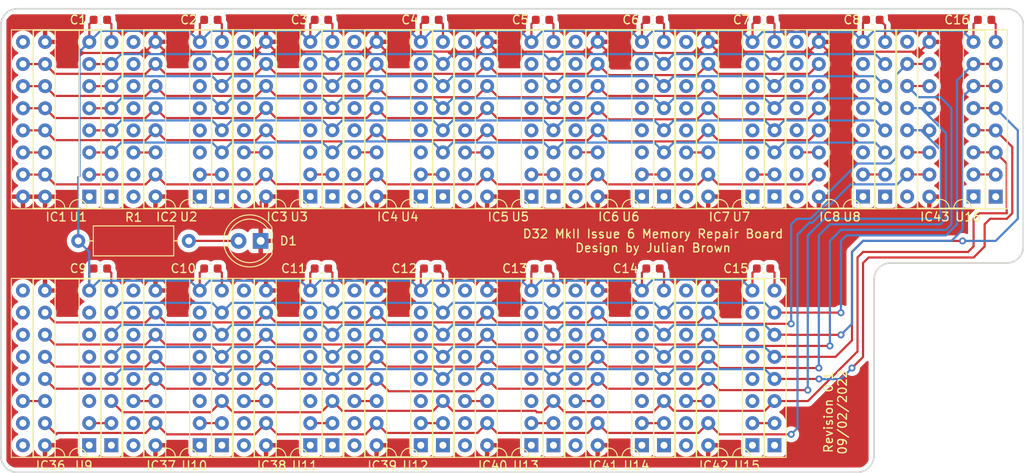
<source format=kicad_pcb>
(kicad_pcb (version 20211014) (generator pcbnew)
  (layers (0 "F.Cu" signal) (31 "B.Cu" signal) (34 "B.Paste" user) (35 "F.Paste" user) (36 "B.SilkS" user "B.Silkscreen") (37 "F.SilkS" user "F.Silkscreen") (38 "B.Mask" user) (39 "F.Mask" user) (44 "Edge.Cuts" user))
  (net 0 "")
  (net 1 "GND")
  (net 2 "Net-(D1-Pad2)")
  (net 4 "Net-(IC1-Pad2)")
  (net 5 "Net-(IC1-Pad3)")
  (net 6 "Net-(C1-Pad1)")
  (net 7 "Net-(IC1-Pad5)")
  (net 8 "Net-(IC1-Pad6)")
  (net 9 "Net-(IC1-Pad7)")
  (net 11 "Net-(IC1-Pad10)")
  (net 12 "Net-(IC1-Pad11)")
  (net 13 "Net-(IC1-Pad12)")
  (net 14 "Net-(IC1-Pad13)")
  (net 15 "Net-(IC1-Pad14)")
  (net 16 "Net-(IC1-Pad15)")
  (net 18 "Net-(IC2-Pad2)")
  (net 24 "+5V")
  (net 30 "Net-(IC2-Pad14)")
  (net 33 "Net-(IC3-Pad2)")
  (net 44 "Net-(IC3-Pad14)")
  (net 47 "Net-(IC4-Pad2)")
  (net 58 "Net-(IC4-Pad14)")
  (net 61 "Net-(IC5-Pad2)")
  (net 72 "Net-(IC5-Pad14)")
  (net 75 "Net-(IC6-Pad2)")
  (net 86 "Net-(IC6-Pad14)")
  (net 89 "Net-(IC7-Pad2)")
  (net 100 "Net-(IC7-Pad14)")
  (net 103 "Net-(IC8-Pad2)")
  (net 114 "Net-(IC8-Pad14)")
  (net 117 "Net-(IC36-Pad2)")
  (net 128 "Net-(IC36-Pad14)")
  (net 131 "Net-(IC37-Pad2)")
  (net 142 "Net-(IC37-Pad14)")
  (net 145 "Net-(IC38-Pad2)")
  (net 156 "Net-(IC38-Pad14)")
  (net 159 "Net-(IC39-Pad2)")
  (net 170 "Net-(IC39-Pad14)")
  (net 173 "Net-(IC40-Pad2)")
  (net 184 "Net-(IC40-Pad14)")
  (net 187 "Net-(IC41-Pad2)")
  (net 198 "Net-(IC41-Pad14)")
  (net 201 "Net-(IC42-Pad2)")
  (net 212 "Net-(IC42-Pad14)")
  (net 215 "Net-(IC43-Pad2)")
  (net 216 "Net-(IC43-Pad4)")
  (net 217 "Net-(IC43-Pad6)")
  (net 218 "Net-(IC43-Pad7)")
  (net 220 "Net-(IC43-Pad10)")
  (net 221 "Net-(IC43-Pad11)")
  (net 222 "Net-(IC43-Pad12)")
  (net 223 "Net-(IC43-Pad13)")
  (net 224 "Net-(IC43-Pad14)")
  (net 225 "Net-(IC43-Pad15)")
  (net 242 "Net-(IC43-Pad3)")
  (net 243 "Net-(IC43-Pad5)")
  (net 244 "Net-(C2-Pad2)")
  (net 245 "Net-(C3-Pad2)")
  (net 246 "Net-(C4-Pad2)")
  (net 247 "Net-(C5-Pad2)")
  (net 248 "Net-(C6-Pad2)")
  (net 249 "Net-(C7-Pad1)")
  (net 250 "Net-(C8-Pad1)")
  (net 251 "Net-(C9-Pad2)")
  (net 252 "Net-(C10-Pad2)")
  (net 253 "Net-(C11-Pad2)")
  (net 254 "Net-(C12-Pad2)")
  (net 255 "Net-(C13-Pad2)")
  (net 256 "Net-(C14-Pad2)")
  (net 257 "Net-(C15-Pad2)")
  (net 258 "Net-(C16-Pad2)")
  (footprint "Capacitor_SMD:C_0603_1608Metric" (layer "F.Cu") (at 110.49 66.04)
    (fp_text reference "C2")
    (fp_text value "330nF")
  )
  (footprint "Package_DIP:DIP-16_W7.62mm_Socket" (layer "F.Cu") (at 137.15 114.92 180)
    (fp_text reference "U12")
    (fp_text value "4164")
  )
  (footprint "Capacitor_SMD:C_0603_1608Metric" (layer "F.Cu") (at 161.29 66.04)
    (fp_text reference "C6")
    (fp_text value "330nF")
  )
  (footprint "Package_DIP:DIP-16_W7.62mm_Socket" (layer "F.Cu") (at 99.05 114.92 180)
    (fp_text reference "U9")
    (fp_text value "4164")
  )
  (footprint "Package_DIP:DIP-16_W7.62mm_Socket" (layer "F.Cu") (at 121.91 114.92 180)
    (fp_text reference "IC38")
    (fp_text value "4116")
  )
  (footprint "Capacitor_SMD:C_0603_1608Metric" (layer "F.Cu") (at 135.75 94.615)
    (fp_text reference "C12")
    (fp_text value "330nF")
  )
  (footprint "Package_DIP:DIP-16_W7.62mm_Socket" (layer "F.Cu") (at 124.45 114.92 180)
    (fp_text reference "U11")
    (fp_text value "4164")
  )
  (footprint "Capacitor_SMD:C_0603_1608Metric" (layer "F.Cu") (at 148.45 94.615)
    (fp_text reference "C13")
    (fp_text value "330nF")
  )
  (footprint "Capacitor_SMD:C_0603_1608Metric" (layer "F.Cu") (at 97.79 94.615)
    (fp_text reference "C9")
    (fp_text value "330nF")
  )
  (footprint "Capacitor_SMD:C_0603_1608Metric" (layer "F.Cu") (at 199.39 66.04)
    (fp_text reference "C16")
    (fp_text value "330nF")
  )
  (footprint "Capacitor_SMD:C_0603_1608Metric" (layer "F.Cu") (at 97.79 66.04 180)
    (fp_text reference "C1")
    (fp_text value "330nF")
  )
  (footprint "Package_DIP:DIP-16_W7.62mm_Socket" (layer "F.Cu") (at 147.31 114.92 180)
    (fp_text reference "IC40")
    (fp_text value "4116")
  )
  (footprint "Package_DIP:DIP-16_W7.62mm_Socket" (layer "F.Cu") (at 162.55 86.345 180)
    (fp_text reference "U6")
    (fp_text value "4164")
  )
  (footprint "Capacitor_SMD:C_0603_1608Metric" (layer "F.Cu") (at 148.59 66.04)
    (fp_text reference "C5")
    (fp_text value "330nF")
  )
  (footprint "Package_DIP:DIP-16_W7.62mm_Socket" (layer "F.Cu") (at 160.01 114.92 180)
    (fp_text reference "IC41")
    (fp_text value "4116")
  )
  (footprint "LED_THT:LED_D5.0mm" (layer "F.Cu") (at 116.21 91.44 180)
    (fp_text reference "D1")
    (fp_text value "red")
  )
  (footprint "Capacitor_SMD:C_0603_1608Metric" (layer "F.Cu") (at 173.99 94.615)
    (fp_text reference "C15")
    (fp_text value "330nF")
  )
  (footprint "Package_DIP:DIP-16_W7.62mm_Socket" (layer "F.Cu") (at 96.51 114.92 180)
    (fp_text reference "IC36")
    (fp_text value "4116")
  )
  (footprint "Package_DIP:DIP-16_W7.62mm_Socket" (layer "F.Cu") (at 200.66 86.36 180)
    (fp_text reference "U16")
    (fp_text value "4164")
  )
  (footprint "Package_DIP:DIP-16_W7.62mm_Socket" (layer "F.Cu") (at 121.91 86.345 180)
    (fp_text reference "IC3")
    (fp_text value "4116")
  )
  (footprint "Package_DIP:DIP-16_W7.62mm_Socket" (layer "F.Cu") (at 134.61 114.92 180)
    (fp_text reference "IC39")
    (fp_text value "4116")
  )
  (footprint "Package_DIP:DIP-16_W7.62mm_Socket" (layer "F.Cu") (at 162.55 114.92 180)
    (fp_text reference "U14")
    (fp_text value "4164")
  )
  (footprint "Package_DIP:DIP-16_W7.62mm_Socket" (layer "F.Cu") (at 187.96 86.36 180)
    (fp_text reference "U8")
    (fp_text value "4164")
  )
  (footprint "Package_DIP:DIP-16_W7.62mm_Socket" (layer "F.Cu") (at 109.21 114.92 180)
    (fp_text reference "IC37")
    (fp_text value "4116")
  )
  (footprint "Package_DIP:DIP-16_W7.62mm_Socket" (layer "F.Cu") (at 198.11 86.345 180)
    (fp_text reference "IC43")
    (fp_text value "4116")
  )
  (footprint "Package_DIP:DIP-16_W7.62mm_Socket" (layer "F.Cu") (at 99.06 86.36 180)
    (fp_text reference "U1")
    (fp_text value "4164")
  )
  (footprint "Capacitor_SMD:C_0603_1608Metric" (layer "F.Cu") (at 110.49 94.615)
    (fp_text reference "C10")
    (fp_text value "330nF")
  )
  (footprint "Package_DIP:DIP-16_W7.62mm_Socket" (layer "F.Cu") (at 124.45 86.345 180)
    (fp_text reference "U3")
    (fp_text value "4164")
  )
  (footprint "Capacitor_SMD:C_0603_1608Metric" (layer "F.Cu") (at 123.19 66.04)
    (fp_text reference "C3")
    (fp_text value "330nF")
  )
  (footprint "Package_DIP:DIP-16_W7.62mm_Socket" (layer "F.Cu") (at 185.41 86.345 180)
    (fp_text reference "IC8")
    (fp_text value "4116")
  )
  (footprint "Package_DIP:DIP-16_W7.62mm_Socket" (layer "F.Cu") (at 109.22 86.36 180)
    (fp_text reference "IC2")
    (fp_text value "4116")
  )
  (footprint "Capacitor_SMD:C_0603_1608Metric" (layer "F.Cu") (at 161.29 94.615)
    (fp_text reference "C14")
    (fp_text value "330nF")
  )
  (footprint "Package_DIP:DIP-16_W7.62mm_Socket" (layer "F.Cu") (at 172.71 114.92 180)
    (fp_text reference "IC42")
    (fp_text value "4116")
  )
  (footprint "Package_DIP:DIP-16_W7.62mm_Socket" (layer "F.Cu") (at 160.01 86.345 180)
    (fp_text reference "IC6")
    (fp_text value "4116")
  )
  (footprint "Resistor_THT:R_Axial_DIN0309_L9.0mm_D3.2mm_P12.70mm_Horizontal" (layer "F.Cu") (at 95.25 91.44)
    (fp_text reference "R1")
    (fp_text value "1K")
  )
  (footprint "Capacitor_SMD:C_0603_1608Metric" (layer "F.Cu") (at 123.19 94.615)
    (fp_text reference "C11")
    (fp_text value "330nF")
  )
  (footprint "Package_DIP:DIP-16_W7.62mm_Socket" (layer "F.Cu") (at 149.85 114.92 180)
    (fp_text reference "U13")
    (fp_text value "4164")
  )
  (footprint "Package_DIP:DIP-16_W7.62mm_Socket" (layer "F.Cu") (at 111.75 86.345 180)
    (fp_text reference "U2")
    (fp_text value "4164")
  )
  (footprint "Capacitor_SMD:C_0603_1608Metric" (layer "F.Cu") (at 186.55 66.04 180)
    (fp_text reference "C8")
    (fp_text value "330nF")
  )
  (footprint "Package_DIP:DIP-16_W7.62mm_Socket" (layer "F.Cu") (at 175.25 114.92 180)
    (fp_text reference "U15")
    (fp_text value "4164")
  )
  (footprint "Package_DIP:DIP-16_W7.62mm_Socket" (layer "F.Cu") (at 134.61 86.345 180)
    (fp_text reference "IC4")
    (fp_text value "4116")
  )
  (footprint "Package_DIP:DIP-16_W7.62mm_Socket" (layer "F.Cu") (at 172.72 86.36 180)
    (fp_text reference "IC7")
    (fp_text value "4116")
  )
  (footprint "Package_DIP:DIP-16_W7.62mm_Socket" (layer "F.Cu") (at 149.85 86.345 180)
    (fp_text reference "U5")
    (fp_text value "4164")
  )
  (footprint "Capacitor_SMD:C_0603_1608Metric" (layer "F.Cu") (at 135.89 66.04)
    (fp_text reference "C4")
    (fp_text value "330nF")
  )
  (footprint "Package_DIP:DIP-16_W7.62mm_Socket" (layer "F.Cu") (at 137.15 86.345 180)
    (fp_text reference "U4")
    (fp_text value "4164")
  )
  (footprint "Capacitor_SMD:C_0603_1608Metric" (layer "F.Cu") (at 173.99 66.04 180)
    (fp_text reference "C7")
    (fp_text value "330nF")
  )
  (footprint "Package_DIP:DIP-16_W7.62mm_Socket" (layer "F.Cu") (at 111.75 114.92 180)
    (fp_text reference "U10")
    (fp_text value "4164")
  )
  (footprint "Package_DIP:DIP-16_W7.62mm_Socket" (layer "F.Cu") (at 147.32 86.36 180)
    (fp_text reference "IC5")
    (fp_text value "4116")
  )
  (footprint "Package_DIP:DIP-16_W7.62mm_Socket" (layer "F.Cu") (at 96.52 86.36 180)
    (fp_text reference "IC1")
    (fp_text value "4116")
  )
  (footprint "Package_DIP:DIP-16_W7.62mm_Socket" (layer "F.Cu") (at 175.25 86.345 180)
    (fp_text reference "U7")
    (fp_text value "4164")
  )
  (gr_arc (start 203.835 92.075) (mid 203.277038 93.422038) (end 201.93 93.98) (layer "Edge.Cuts") (width 0.2))
  (gr_arc (start 201.93 64.77) (mid 203.277038 65.327962) (end 203.835 66.675) (layer "Edge.Cuts") (width 0.2))
  (gr_line (start 186.69 116.127962) (end 186.69 95.885) (layer "Edge.Cuts") (width 0.2))
  (gr_arc (start 186.69 116.127962) (mid 186.082508 117.479499) (end 184.707962 118.032962) (layer "Edge.Cuts") (width 0.2))
  (gr_line (start 86.36 66.675) (end 86.36 116.127962) (layer "Edge.Cuts") (width 0.2))
  (gr_arc (start 186.69 95.885) (mid 187.247962 94.537962) (end 188.595 93.98) (layer "Edge.Cuts") (width 0.2))
  (gr_line (start 188.595 93.98) (end 201.93 93.98) (layer "Edge.Cuts") (width 0.2))
  (gr_arc (start 86.36 66.675) (mid 86.917962 65.327962) (end 88.265 64.77) (layer "Edge.Cuts") (width 0.2))
  (gr_line (start 88.265 118.032962) (end 184.707962 118.032962) (layer "Edge.Cuts") (width 0.2))
  (gr_line (start 203.835 92.075) (end 203.835 66.675) (layer "Edge.Cuts") (width 0.2))
  (gr_line (start 201.93 64.77) (end 88.265 64.77) (layer "Edge.Cuts") (width 0.2))
  (gr_arc (start 88.265 118.032962) (mid 86.917962 117.475) (end 86.36 116.127962) (layer "Edge.Cuts") (width 0.2))
  (gr_text "D32 MkII Issue 6 Memory Repair Board\nDesign by Julian Brown" (at 161.29 91.44) (layer "F.SilkS") (effects (font (size 1 1))))
  (gr_text "Revision 0.1\n09/02/2022" (at 182.245 111.125 90) (layer "F.SilkS") (effects (font (size 1 1))))
  (segment (start 93.98 69.85) (end 92.71 68.58) (width 0.25) (layer "F.Cu") (net 1))
  (segment (start 166.345 69.85) (end 167.63 68.565) (width 0.25) (layer "F.Cu") (net 1))
  (segment (start 91.44 97.13) (end 91.43 97.14) (width 0.25) (layer "F.Cu") (net 1))
  (segment (start 104.13 68.565) (end 105.269511 69.704511) (width 0.25) (layer "F.Cu") (net 1))
  (segment (start 191.624511 69.704511) (end 191.77 69.85) (width 0.25) (layer "F.Cu") (net 1))
  (segment (start 116.21 91.44) (end 116.21 86.965) (width 0.25) (layer "F.Cu") (net 1))
  (segment (start 181.464511 69.704511) (end 191.624511 69.704511) (width 0.25) (layer "F.Cu") (net 1))
  (segment (start 116.83 68.565) (end 117.954511 69.689511) (width 0.25) (layer "F.Cu") (net 1))
  (segment (start 179.215489 69.704511) (end 180.34 68.58) (width 0.25) (layer "F.Cu") (net 1))
  (segment (start 117.954511 69.689511) (end 128.405489 69.689511) (width 0.25) (layer "F.Cu") (net 1))
  (segment (start 138.590489 69.689511) (end 138.605489 69.704511) (width 0.25) (layer "F.Cu") (net 1))
  (segment (start 167.63 68.565) (end 168.769511 69.704511) (width 0.25) (layer "F.Cu") (net 1))
  (segment (start 130.654511 69.689511) (end 138.590489 69.689511) (width 0.25) (layer "F.Cu") (net 1))
  (segment (start 180.34 68.58) (end 181.464511 69.704511) (width 0.25) (layer "F.Cu") (net 1))
  (segment (start 168.769511 69.704511) (end 179.215489 69.704511) (width 0.25) (layer "F.Cu") (net 1))
  (segment (start 104.13 68.565) (end 102.845 69.85) (width 0.25) (layer "F.Cu") (net 1))
  (segment (start 191.77 69.85) (end 193.04 68.58) (width 0.25) (layer "F.Cu") (net 1))
  (segment (start 143.369511 69.704511) (end 153.790489 69.704511) (width 0.25) (layer "F.Cu") (net 1))
  (segment (start 156.215 69.85) (end 166.345 69.85) (width 0.25) (layer "F.Cu") (net 1))
  (segment (start 141.090489 69.704511) (end 142.23 68.565) (width 0.25) (layer "F.Cu") (net 1))
  (segment (start 154.93 68.565) (end 156.215 69.85) (width 0.25) (layer "F.Cu") (net 1))
  (segment (start 128.405489 69.689511) (end 129.53 68.565) (width 0.25) (layer "F.Cu") (net 1))
  (segment (start 142.23 68.565) (end 143.369511 69.704511) (width 0.25) (layer "F.Cu") (net 1))
  (segment (start 105.269511 69.704511) (end 115.690489 69.704511) (width 0.25) (layer "F.Cu") (net 1))
  (segment (start 115.690489 69.704511) (end 116.83 68.565) (width 0.25) (layer "F.Cu") (net 1))
  (segment (start 129.53 68.565) (end 130.654511 69.689511) (width 0.25) (layer "F.Cu") (net 1))
  (segment (start 92.71 68.58) (end 91.44 68.58) (width 0.25) (layer "F.Cu") (net 1))
  (segment (start 102.845 69.85) (end 93.98 69.85) (width 0.25) (layer "F.Cu") (net 1))
  (segment (start 138.605489 69.704511) (end 141.090489 69.704511) (width 0.25) (layer "F.Cu") (net 1))
  (segment (start 116.21 86.965) (end 116.83 86.345) (width 0.25) (layer "F.Cu") (net 1))
  (segment (start 193.025 86.345) (end 193.04 86.36) (width 0.25) (layer "F.Cu") (net 1))
  (segment (start 153.790489 69.704511) (end 154.93 68.565) (width 0.25) (layer "F.Cu") (net 1))
  (segment (start 107.95 91.44) (end 113.67 91.44) (width 0.25) (layer "F.Cu") (net 2))
  (segment (start 96.52 83.82) (end 99.06 83.82) (width 0.25) (layer "F.Cu") (net 4))
  (segment (start 96.52 81.28) (end 99.06 81.28) (width 0.25) (layer "F.Cu") (net 5))
  (segment (start 174.125489 80.140489) (end 175.25 81.265) (width 0.25) (layer "B.Cu") (net 5))
  (segment (start 175.25 81.265) (end 176.374511 80.140489) (width 0.25) (layer "B.Cu") (net 5))
  (segment (start 111.75 81.265) (end 112.874511 80.140489) (width 0.25) (layer "B.Cu") (net 5))
  (segment (start 123.325489 80.140489) (end 124.45 81.265) (width 0.25) (layer "B.Cu") (net 5))
  (segment (start 99.06 81.28) (end 100.199511 80.140489) (width 0.25) (layer "B.Cu") (net 5))
  (segment (start 161.425489 80.140489) (end 162.55 81.265) (width 0.25) (layer "B.Cu") (net 5))
  (segment (start 125.705 80.01) (end 135.895 80.01) (width 0.25) (layer "B.Cu") (net 5))
  (segment (start 135.895 80.01) (end 137.15 81.265) (width 0.25) (layer "B.Cu") (net 5))
  (segment (start 176.374511 80.140489) (end 186.820489 80.140489) (width 0.25) (layer "B.Cu") (net 5))
  (segment (start 148.725489 80.140489) (end 149.85 81.265) (width 0.25) (layer "B.Cu") (net 5))
  (segment (start 137.15 81.265) (end 138.274511 80.140489) (width 0.25) (layer "B.Cu") (net 5))
  (segment (start 100.199511 80.140489) (end 110.625489 80.140489) (width 0.25) (layer "B.Cu") (net 5))
  (segment (start 124.45 81.265) (end 125.705 80.01) (width 0.25) (layer "B.Cu") (net 5))
  (segment (start 150.974511 80.140489) (end 161.425489 80.140489) (width 0.25) (layer "B.Cu") (net 5))
  (segment (start 112.874511 80.140489) (end 123.325489 80.140489) (width 0.25) (layer "B.Cu") (net 5))
  (segment (start 162.55 81.265) (end 163.674511 80.140489) (width 0.25) (layer "B.Cu") (net 5))
  (segment (start 186.820489 80.140489) (end 187.96 81.28) (width 0.25) (layer "B.Cu") (net 5))
  (segment (start 138.274511 80.140489) (end 148.725489 80.140489) (width 0.25) (layer "B.Cu") (net 5))
  (segment (start 163.674511 80.140489) (end 174.125489 80.140489) (width 0.25) (layer "B.Cu") (net 5))
  (segment (start 149.85 81.265) (end 150.974511 80.140489) (width 0.25) (layer "B.Cu") (net 5))
  (segment (start 110.625489 80.140489) (end 111.75 81.265) (width 0.25) (layer "B.Cu") (net 5))
  (segment (start 99.06 68.58) (end 99.06 66.535) (width 0.25) (layer "F.Cu") (net 6))
  (segment (start 99.06 66.535) (end 98.565 66.04) (width 0.25) (layer "F.Cu") (net 6))
  (segment (start 96.52 76.2) (end 99.06 76.2) (width 0.25) (layer "F.Cu") (net 7))
  (segment (start 174.125489 75.060489) (end 175.25 76.185) (width 0.25) (layer "B.Cu") (net 7))
  (segment (start 112.874511 75.060489) (end 123.325489 75.060489) (width 0.25) (layer "B.Cu") (net 7))
  (segment (start 148.725489 75.060489) (end 149.85 76.185) (width 0.25) (layer "B.Cu") (net 7))
  (segment (start 163.674511 75.060489) (end 174.125489 75.060489) (width 0.25) (layer "B.Cu") (net 7))
  (segment (start 138.274511 75.060489) (end 148.725489 75.060489) (width 0.25) (layer "B.Cu") (net 7))
  (segment (start 186.820489 75.060489) (end 187.96 76.2) (width 0.25) (layer "B.Cu") (net 7))
  (segment (start 137.15 76.185) (end 138.274511 75.060489) (width 0.25) (layer "B.Cu") (net 7))
  (segment (start 136.025489 75.060489) (end 137.15 76.185) (width 0.25) (layer "B.Cu") (net 7))
  (segment (start 175.25 76.185) (end 176.374511 75.060489) (width 0.25) (layer "B.Cu") (net 7))
  (segment (start 123.325489 75.060489) (end 124.45 76.185) (width 0.25) (layer "B.Cu") (net 7))
  (segment (start 110.625489 75.060489) (end 111.75 76.185) (width 0.25) (layer "B.Cu") (net 7))
  (segment (start 100.199511 75.060489) (end 110.625489 75.060489) (width 0.25) (layer "B.Cu") (net 7))
  (segment (start 99.06 76.2) (end 100.199511 75.060489) (width 0.25) (layer "B.Cu") (net 7))
  (segment (start 124.45 76.185) (end 125.574511 75.060489) (width 0.25) (layer "B.Cu") (net 7))
  (segment (start 162.55 76.185) (end 163.674511 75.060489) (width 0.25) (layer "B.Cu") (net 7))
  (segment (start 111.75 76.185) (end 112.874511 75.060489) (width 0.25) (layer "B.Cu") (net 7))
  (segment (start 149.85 76.185) (end 150.974511 75.060489) (width 0.25) (layer "B.Cu") (net 7))
  (segment (start 176.374511 75.060489) (end 186.820489 75.060489) (width 0.25) (layer "B.Cu") (net 7))
  (segment (start 161.425489 75.060489) (end 162.55 76.185) (width 0.25) (layer "B.Cu") (net 7))
  (segment (start 150.974511 75.060489) (end 161.425489 75.060489) (width 0.25) (layer "B.Cu") (net 7))
  (segment (start 125.574511 75.060489) (end 136.025489 75.060489) (width 0.25) (layer "B.Cu") (net 7))
  (segment (start 96.52 73.66) (end 99.06 73.66) (width 0.25) (layer "F.Cu") (net 8))
  (segment (start 161.425489 72.520489) (end 162.55 73.645) (width 0.25) (layer "B.Cu") (net 8))
  (segment (start 174.125489 72.520489) (end 175.25 73.645) (width 0.25) (layer "B.Cu") (net 8))
  (segment (start 175.25 73.645) (end 176.374511 72.520489) (width 0.25) (layer "B.Cu") (net 8))
  (segment (start 162.55 73.645) (end 163.659511 72.535489) (width 0.25) (layer "B.Cu") (net 8))
  (segment (start 166.515489 72.535489) (end 166.530489 72.520489) (width 0.25) (layer "B.Cu") (net 8))
  (segment (start 99.06 73.66) (end 100.199511 72.520489) (width 0.25) (layer "B.Cu") (net 8))
  (segment (start 125.574511 72.520489) (end 136.025489 72.520489) (width 0.25) (layer "B.Cu") (net 8))
  (segment (start 111.75 73.645) (end 112.874511 72.520489) (width 0.25) (layer "B.Cu") (net 8))
  (segment (start 176.374511 72.520489) (end 186.820489 72.520489) (width 0.25) (layer "B.Cu") (net 8))
  (segment (start 138.274511 72.520489) (end 148.725489 72.520489) (width 0.25) (layer "B.Cu") (net 8))
  (segment (start 110.625489 72.520489) (end 111.75 73.645) (width 0.25) (layer "B.Cu") (net 8))
  (segment (start 163.659511 72.535489) (end 166.515489 72.535489) (width 0.25) (layer "B.Cu") (net 8))
  (segment (start 112.874511 72.520489) (end 123.325489 72.520489) (width 0.25) (layer "B.Cu") (net 8))
  (segment (start 166.530489 72.520489) (end 174.125489 72.520489) (width 0.25) (layer "B.Cu") (net 8))
  (segment (start 124.45 73.645) (end 125.574511 72.520489) (width 0.25) (layer "B.Cu") (net 8))
  (segment (start 150.974511 72.520489) (end 161.425489 72.520489) (width 0.25) (layer "B.Cu") (net 8))
  (segment (start 100.199511 72.520489) (end 110.625489 72.520489) (width 0.25) (layer "B.Cu") (net 8))
  (segment (start 137.15 73.645) (end 138.274511 72.520489) (width 0.25) (layer "B.Cu") (net 8))
  (segment (start 136.025489 72.520489) (end 137.15 73.645) (width 0.25) (layer "B.Cu") (net 8))
  (segment (start 148.725489 72.520489) (end 149.85 73.645) (width 0.25) (layer "B.Cu") (net 8))
  (segment (start 149.85 73.645) (end 150.974511 72.520489) (width 0.25) (layer "B.Cu") (net 8))
  (segment (start 123.325489 72.520489) (end 124.45 73.645) (width 0.25) (layer "B.Cu") (net 8))
  (segment (start 186.820489 72.520489) (end 187.96 73.66) (width 0.25) (layer "B.Cu") (net 8))
  (segment (start 96.52 71.12) (end 99.06 71.12) (width 0.25) (layer "F.Cu") (net 9))
  (segment (start 148.725489 69.980489) (end 149.85 71.105) (width 0.25) (layer "B.Cu") (net 9))
  (segment (start 99.06 71.12) (end 100.199511 69.980489) (width 0.25) (layer "B.Cu") (net 9))
  (segment (start 161.425489 69.980489) (end 162.55 71.105) (width 0.25) (layer "B.Cu") (net 9))
  (segment (start 175.25 71.105) (end 176.374511 69.980489) (width 0.25) (layer "B.Cu") (net 9))
  (segment (start 138.274511 69.980489) (end 148.725489 69.980489) (width 0.25) (layer "B.Cu") (net 9))
  (segment (start 149.85 71.105) (end 150.974511 69.980489) (width 0.25) (layer "B.Cu") (net 9))
  (segment (start 100.199511 69.980489) (end 110.625489 69.980489) (width 0.25) (layer "B.Cu") (net 9))
  (segment (start 163.674511 69.980489) (end 174.125489 69.980489) (width 0.25) (layer "B.Cu") (net 9))
  (segment (start 186.820489 69.980489) (end 187.96 71.12) (width 0.25) (layer "B.Cu") (net 9))
  (segment (start 112.874511 69.980489) (end 123.325489 69.980489) (width 0.25) (layer "B.Cu") (net 9))
  (segment (start 125.574511 69.980489) (end 136.025489 69.980489) (width 0.25) (layer "B.Cu") (net 9))
  (segment (start 150.974511 69.980489) (end 161.425489 69.980489) (width 0.25) (layer "B.Cu") (net 9))
  (segment (start 124.45 71.105) (end 125.574511 69.980489) (width 0.25) (layer "B.Cu") (net 9))
  (segment (start 136.025489 69.980489) (end 137.15 71.105) (width 0.25) (layer "B.Cu") (net 9))
  (segment (start 174.125489 69.980489) (end 175.25 71.105) (width 0.25) (layer "B.Cu") (net 9))
  (segment (start 162.55 71.105) (end 163.674511 69.980489) (width 0.25) (layer "B.Cu") (net 9))
  (segment (start 176.374511 69.980489) (end 186.820489 69.980489) (width 0.25) (layer "B.Cu") (net 9))
  (segment (start 110.625489 69.980489) (end 111.75 71.105) (width 0.25) (layer "B.Cu") (net 9))
  (segment (start 111.75 71.105) (end 112.874511 69.980489) (width 0.25) (layer "B.Cu") (net 9))
  (segment (start 137.15 71.105) (end 138.274511 69.980489) (width 0.25) (layer "B.Cu") (net 9))
  (segment (start 123.325489 69.980489) (end 124.45 71.105) (width 0.25) (layer "B.Cu") (net 9))
  (segment (start 141.090489 72.244511) (end 142.23 71.105) (width 0.25) (layer "F.Cu") (net 11))
  (segment (start 91.44 71.12) (end 92.564511 72.244511) (width 0.25) (layer "F.Cu") (net 11))
  (segment (start 129.53 71.105) (end 130.669511 72.244511) (width 0.25) (layer "F.Cu") (net 11))
  (segment (start 117.954511 72.229511) (end 128.405489 72.229511) (width 0.25) (layer "F.Cu") (net 11))
  (segment (start 166.345 72.39) (end 167.63 71.105) (width 0.25) (layer "F.Cu") (net 11))
  (segment (start 179.215489 72.244511) (end 180.34 71.12) (width 0.25) (layer "F.Cu") (net 11))
  (segment (start 156.21 72.39) (end 166.345 72.39) (width 0.25) (layer "F.Cu") (net 11))
  (segment (start 88.9 71.12) (end 91.44 71.12) (width 0.25) (layer "F.Cu") (net 11))
  (segment (start 102.990489 72.244511) (end 104.13 71.105) (width 0.25) (layer "F.Cu") (net 11))
  (segment (start 104.13 71.105) (end 105.269511 72.244511) (width 0.25) (layer "F.Cu") (net 11))
  (segment (start 153.790489 72.244511) (end 154.93 71.105) (width 0.25) (layer "F.Cu") (net 11))
  (segment (start 168.769511 72.244511) (end 179.215489 72.244511) (width 0.25) (layer "F.Cu") (net 11))
  (segment (start 167.63 71.105) (end 168.769511 72.244511) (width 0.25) (layer "F.Cu") (net 11))
  (segment (start 143.369511 72.244511) (end 153.790489 72.244511) (width 0.25) (layer "F.Cu") (net 11))
  (segment (start 142.23 71.105) (end 143.369511 72.244511) (width 0.25) (layer "F.Cu") (net 11))
  (segment (start 130.669511 72.244511) (end 141.090489 72.244511) (width 0.25) (layer "F.Cu") (net 11))
  (segment (start 116.83 71.105) (end 117.954511 72.229511) (width 0.25) (layer "F.Cu") (net 11))
  (segment (start 154.93 71.105) (end 156.21 72.385) (width 0.25) (layer "F.Cu") (net 11))
  (segment (start 128.405489 72.229511) (end 129.53 71.105) (width 0.25) (layer "F.Cu") (net 11))
  (segment (start 115.690489 72.244511) (end 116.83 71.105) (width 0.25) (layer "F.Cu") (net 11))
  (segment (start 105.269511 72.244511) (end 115.690489 72.244511) (width 0.25) (layer "F.Cu") (net 11))
  (segment (start 92.564511 72.244511) (end 102.990489 72.244511) (width 0.25) (layer "F.Cu") (net 11))
  (segment (start 156.21 72.385) (end 156.21 72.39) (width 0.25) (layer "F.Cu") (net 11))
  (segment (start 88.9 73.66) (end 91.44 73.66) (width 0.25) (layer "F.Cu") (net 12))
  (segment (start 153.67 74.93) (end 153.67 74.905) (width 0.25) (layer "F.Cu") (net 12))
  (segment (start 104.13 73.645) (end 105.269511 74.784511) (width 0.25) (layer "F.Cu") (net 12))
  (segment (start 168.769511 74.784511) (end 179.215489 74.784511) (width 0.25) (layer "F.Cu") (net 12))
  (segment (start 130.81 74.93) (end 140.945 74.93) (width 0.25) (layer "F.Cu") (net 12))
  (segment (start 142.23 73.645) (end 143.515 74.93) (width 0.25) (layer "F.Cu") (net 12))
  (segment (start 166.490489 74.784511) (end 167.63 73.645) (width 0.25) (layer "F.Cu") (net 12))
  (segment (start 129.53 73.645) (end 130.81 74.925) (width 0.25) (layer "F.Cu") (net 12))
  (segment (start 143.515 74.93) (end 153.67 74.93) (width 0.25) (layer "F.Cu") (net 12))
  (segment (start 116.83 73.645) (end 117.954511 74.769511) (width 0.25) (layer "F.Cu") (net 12))
  (segment (start 92.564511 74.784511) (end 102.990489 74.784511) (width 0.25) (layer "F.Cu") (net 12))
  (segment (start 179.215489 74.784511) (end 180.34 73.66) (width 0.25) (layer "F.Cu") (net 12))
  (segment (start 140.945 74.93) (end 142.23 73.645) (width 0.25) (layer "F.Cu") (net 12))
  (segment (start 167.63 73.645) (end 168.769511 74.784511) (width 0.25) (layer "F.Cu") (net 12))
  (segment (start 117.954511 74.769511) (end 128.405489 74.769511) (width 0.25) (layer "F.Cu") (net 12))
  (segment (start 154.93 73.645) (end 156.069511 74.784511) (width 0.25) (layer "F.Cu") (net 12))
  (segment (start 156.069511 74.784511) (end 166.490489 74.784511) (width 0.25) (layer "F.Cu") (net 12))
  (segment (start 153.67 74.905) (end 154.93 73.645) (width 0.25) (layer "F.Cu") (net 12))
  (segment (start 105.269511 74.784511) (end 115.690489 74.784511) (width 0.25) (layer "F.Cu") (net 12))
  (segment (start 115.690489 74.784511) (end 116.83 73.645) (width 0.25) (layer "F.Cu") (net 12))
  (segment (start 130.81 74.925) (end 130.81 74.93) (width 0.25) (layer "F.Cu") (net 12))
  (segment (start 91.44 73.66) (end 92.564511 74.784511) (width 0.25) (layer "F.Cu") (net 12))
  (segment (start 128.405489 74.769511) (end 129.53 73.645) (width 0.25) (layer "F.Cu") (net 12))
  (segment (start 102.990489 74.784511) (end 104.13 73.645) (width 0.25) (layer "F.Cu") (net 12))
  (segment (start 91.44 76.2) (end 92.564511 77.324511) (width 0.25) (layer "F.Cu") (net 13))
  (segment (start 142.23 76.185) (end 143.369511 77.324511) (width 0.25) (layer "F.Cu") (net 13))
  (segment (start 116.83 76.185) (end 117.954511 77.309511) (width 0.25) (layer "F.Cu") (net 13))
  (segment (start 129.53 76.185) (end 130.669511 77.324511) (width 0.25) (layer "F.Cu") (net 13))
  (segment (start 92.564511 77.324511) (end 102.990489 77.324511) (width 0.25) (layer "F.Cu") (net 13))
  (segment (start 166.37 77.445) (end 167.63 76.185) (width 0.25) (layer "F.Cu") (net 13))
  (segment (start 104.13 76.185) (end 105.269511 77.324511) (width 0.25) (layer "F.Cu") (net 13))
  (segment (start 166.37 77.47) (end 166.37 77.445) (width 0.25) (layer "F.Cu") (net 13))
  (segment (start 156.215 77.47) (end 166.37 77.47) (width 0.25) (layer "F.Cu") (net 13))
  (segment (start 130.669511 77.324511) (end 141.090489 77.324511) (width 0.25) (layer "F.Cu") (net 13))
  (segment (start 168.915 77.47) (end 179.07 77.47) (width 0.25) (layer "F.Cu") (net 13))
  (segment (start 128.405489 77.309511) (end 129.53 76.185) (width 0.25) (layer "F.Cu") (net 13))
  (segment (start 102.990489 77.324511) (end 104.13 76.185) (width 0.25) (layer "F.Cu") (net 13))
  (segment (start 88.9 76.2) (end 91.44 76.2) (width 0.25) (layer "F.Cu") (net 13))
  (segment (start 115.690489 77.324511) (end 116.83 76.185) (width 0.25) (layer "F.Cu") (net 13))
  (segment (start 153.790489 77.324511) (end 154.93 76.185) (width 0.25) (layer "F.Cu") (net 13))
  (segment (start 141.090489 77.324511) (end 142.23 76.185) (width 0.25) (layer "F.Cu") (net 13))
  (segment (start 117.954511 77.309511) (end 128.405489 77.309511) (width 0.25) (layer "F.Cu") (net 13))
  (segment (start 105.269511 77.324511) (end 115.690489 77.324511) (width 0.25) (layer "F.Cu") (net 13))
  (segment (start 154.93 76.185) (end 156.215 77.47) (width 0.25) (layer "F.Cu") (net 13))
  (segment (start 179.07 77.47) (end 180.34 76.2) (width 0.25) (layer "F.Cu") (net 13))
  (segment (start 143.369511 77.324511) (end 153.790489 77.324511) (width 0.25) (layer "F.Cu") (net 13))
  (segment (start 167.63 76.185) (end 168.915 77.47) (width 0.25) (layer "F.Cu") (net 13))
  (segment (start 88.9 78.74) (end 91.44 78.74) (width 0.25) (layer "F.Cu") (net 14))
  (segment (start 128.245 80.01) (end 118.11 80.01) (width 0.25) (layer "F.Cu") (net 14))
  (segment (start 142.23 78.725) (end 143.369511 79.864511) (width 0.25) (layer "F.Cu") (net 14))
  (segment (start 167.63 78.725) (end 168.769511 79.864511) (width 0.25) (layer "F.Cu") (net 14))
  (segment (start 92.564511 79.864511) (end 102.990489 79.864511) (width 0.25) (layer "F.Cu") (net 14))
  (segment (start 153.790489 79.864511) (end 154.93 78.725) (width 0.25) (layer "F.Cu") (net 14))
  (segment (start 154.93 78.725) (end 156.215 80.01) (width 0.25) (layer "F.Cu") (net 14))
  (segment (start 91.44 78.74) (end 92.564511 79.864511) (width 0.25) (layer "F.Cu") (net 14))
  (segment (start 179.215489 79.864511) (end 180.34 78.74) (width 0.25) (layer "F.Cu") (net 14))
  (segment (start 130.669511 79.864511) (end 141.090489 79.864511) (width 0.25) (layer "F.Cu") (net 14))
  (segment (start 118.11 80.01) (end 118.11 80.005) (width 0.25) (layer "F.Cu") (net 14))
  (segment (start 166.37 80.01) (end 166.37 79.985) (width 0.25) (layer "F.Cu") (net 14))
  (segment (start 168.769511 79.864511) (end 179.215489 79.864511) (width 0.25) (layer "F.Cu") (net 14))
  (segment (start 115.690489 79.864511) (end 116.83 78.725) (width 0.25) (layer "F.Cu") (net 14))
  (segment (start 143.369511 79.864511) (end 153.790489 79.864511) (width 0.25) (layer "F.Cu") (net 14))
  (segment (start 118.11 80.005) (end 116.83 78.725) (width 0.25) (layer "F.Cu") (net 14))
  (segment (start 166.37 79.985) (end 167.63 78.725) (width 0.25) (layer "F.Cu") (net 14))
  (segment (start 141.090489 79.864511) (end 142.23 78.725) (width 0.25) (layer "F.Cu") (net 14))
  (segment (start 156.215 80.01) (end 166.37 80.01) (width 0.25) (layer "F.Cu") (net 14))
  (segment (start 104.13 78.725) (end 105.269511 79.864511) (width 0.25) (layer "F.Cu") (net 14))
  (segment (start 129.53 78.725) (end 130.669511 79.864511) (width 0.25) (layer "F.Cu") (net 14))
  (segment (start 105.269511 79.864511) (end 115.690489 79.864511) (width 0.25) (layer "F.Cu") (net 14))
  (segment (start 102.990489 79.864511) (end 104.13 78.725) (width 0.25) (layer "F.Cu") (net 14))
  (segment (start 129.53 78.725) (end 128.245 80.01) (width 0.25) (layer "F.Cu") (net 14))
  (segment (start 88.9 81.28) (end 91.44 81.28) (width 0.25) (layer "F.Cu") (net 15))
  (segment (start 167.63 83.805) (end 168.769511 84.944511) (width 0.25) (layer "F.Cu") (net 16))
  (segment (start 116.83 83.805) (end 117.954511 84.929511) (width 0.25) (layer "F.Cu") (net 16))
  (segment (start 129.53 83.805) (end 130.669511 84.944511) (width 0.25) (layer "F.Cu") (net 16))
  (segment (start 166.490489 84.944511) (end 167.63 83.805) (width 0.25) (layer "F.Cu") (net 16))
  (segment (start 142.23 83.805) (end 143.369511 84.944511) (width 0.25) (layer "F.Cu") (net 16))
  (segment (start 141.090489 84.944511) (end 142.23 83.805) (width 0.25) (layer "F.Cu") (net 16))
  (segment (start 154.93 83.805) (end 156.069511 84.944511) (width 0.25) (layer "F.Cu") (net 16))
  (segment (start 96.52 78.74) (end 99.06 78.74) (width 0.25) (layer "F.Cu") (net 16))
  (segment (start 153.790489 84.944511) (end 154.93 83.805) (width 0.25) (layer "F.Cu") (net 16))
  (segment (start 143.369511 84.944511) (end 153.790489 84.944511) (width 0.25) (layer "F.Cu") (net 16))
  (segment (start 92.564511 84.944511) (end 102.990489 84.944511) (width 0.25) (layer "F.Cu") (net 16))
  (segment (start 130.669511 84.944511) (end 141.090489 84.944511) (width 0.25) (layer "F.Cu") (net 16))
  (segment (start 104.13 83.805) (end 105.269511 84.944511) (width 0.25) (layer "F.Cu") (net 16))
  (segment (start 156.069511 84.944511) (end 166.490489 84.944511) (width 0.25) (layer "F.Cu") (net 16))
  (segment (start 88.9 83.82) (end 91.44 83.82) (width 0.25) (layer "F.Cu") (net 16))
  (segment (start 115.690489 84.944511) (end 116.83 83.805) (width 0.25) (layer "F.Cu") (net 16))
  (segment (start 128.405489 84.929511) (end 129.53 83.805) (width 0.25) (layer "F.Cu") (net 16))
  (segment (start 102.990489 84.944511) (end 104.13 83.805) (width 0.25) (layer "F.Cu") (net 16))
  (segment (start 105.269511 84.944511) (end 115.690489 84.944511) (width 0.25) (layer "F.Cu") (net 16))
  (segment (start 117.954511 84.929511) (end 128.405489 84.929511) (width 0.25) (layer "F.Cu") (net 16))
  (segment (start 168.769511 84.944511) (end 179.215489 84.944511) (width 0.25) (layer "F.Cu") (net 16))
  (segment (start 91.44 83.82) (end 92.564511 84.944511) (width 0.25) (layer "F.Cu") (net 16))
  (segment (start 179.215489 84.944511) (end 180.34 83.82) (width 0.25) (layer "F.Cu") (net 16))
  (segment (start 137.15 78.725) (end 138.274511 77.600489) (width 0.25) (layer "B.Cu") (net 16))
  (segment (start 125.574511 77.600489) (end 136.025489 77.600489) (width 0.25) (layer "B.Cu") (net 16))
  (segment (start 123.325489 77.600489) (end 124.45 78.725) (width 0.25) (layer "B.Cu") (net 16))
  (segment (start 124.45 78.725) (end 125.574511 77.600489) (width 0.25) (layer "B.Cu") (net 16))
  (segment (start 163.674511 77.600489) (end 174.125489 77.600489) (width 0.25) (layer "B.Cu") (net 16))
  (segment (start 162.55 78.725) (end 163.674511 77.600489) (width 0.25) (layer "B.Cu") (net 16))
  (segment (start 110.625489 77.600489) (end 111.75 78.725) (width 0.25) (layer "B.Cu") (net 16))
  (segment (start 136.025489 77.600489) (end 137.15 78.725) (width 0.25) (layer "B.Cu") (net 16))
  (segment (start 150.974511 77.600489) (end 161.425489 77.600489) (width 0.25) (layer "B.Cu") (net 16))
  (segment (start 99.06 78.74) (end 100.199511 77.600489) (width 0.25) (layer "B.Cu") (net 16))
  (segment (start 112.874511 77.600489) (end 123.325489 77.600489) (width 0.25) (layer "B.Cu") (net 16))
  (segment (start 100.199511 77.600489) (end 110.625489 77.600489) (width 0.25) (layer "B.Cu") (net 16))
  (segment (start 186.820489 77.600489) (end 187.96 78.74) (width 0.25) (layer "B.Cu") (net 16))
  (segment (start 174.125489 77.600489) (end 175.25 78.725) (width 0.25) (layer "B.Cu") (net 16))
  (segment (start 148.725489 77.600489) (end 149.85 78.725) (width 0.25) (layer "B.Cu") (net 16))
  (segment (start 175.25 78.725) (end 176.374511 77.600489) (width 0.25) (layer "B.Cu") (net 16))
  (segment (start 161.425489 77.600489) (end 162.55 78.725) (width 0.25) (layer "B.Cu") (net 16))
  (segment (start 149.85 78.725) (end 150.974511 77.600489) (width 0.25) (layer "B.Cu") (net 16))
  (segment (start 176.374511 77.600489) (end 186.820489 77.600489) (width 0.25) (layer "B.Cu") (net 16))
  (segment (start 111.75 78.725) (end 112.874511 77.600489) (width 0.25) (layer "B.Cu") (net 16))
  (segment (start 138.274511 77.600489) (end 148.725489 77.600489) (width 0.25) (layer "B.Cu") (net 16))
  (segment (start 111.735 83.82) (end 111.75 83.805) (width 0.25) (layer "F.Cu") (net 18))
  (segment (start 109.22 83.82) (end 111.735 83.82) (width 0.25) (layer "F.Cu") (net 18))
  (segment (start 134.61 68.565) (end 134.61 66.545) (width 0.25) (layer "F.Cu") (net 24))
  (segment (start 134.61 94.98) (end 134.975 94.615) (width 0.25) (layer "F.Cu") (net 24))
  (segment (start 121.91 66.545) (end 122.415 66.04) (width 0.25) (layer "F.Cu") (net 24))
  (segment (start 198.11 68.565) (end 198.11 66.545) (width 0.25) (layer "F.Cu") (net 24))
  (segment (start 96.52 66.535) (end 97.015 66.04) (width 0.25) (layer "F.Cu") (net 24))
  (segment (start 172.71 95.12) (end 173.215 94.615) (width 0.25) (layer "F.Cu") (net 24))
  (segment (start 172.72 66.535) (end 173.215 66.04) (width 0.25) (layer "F.Cu") (net 24))
  (segment (start 147.32 68.58) (end 147.32 66.535) (width 0.25) (layer "F.Cu") (net 24))
  (segment (start 121.91 95.12) (end 122.415 94.615) (width 0.25) (layer "F.Cu") (net 24))
  (segment (start 185.41 68.565) (end 185.41 66.405) (width 0.25) (layer "F.Cu") (net 24))
  (segment (start 121.91 68.565) (end 121.91 66.545) (width 0.25) (layer "F.Cu") (net 24))
  (segment (start 147.32 66.535) (end 147.815 66.04) (width 0.25) (layer "F.Cu") (net 24))
  (segment (start 147.31 94.98) (end 147.675 94.615) (width 0.25) (layer "F.Cu") (net 24))
  (segment (start 109.22 68.58) (end 109.22 66.535) (width 0.25) (layer "F.Cu") (net 24))
  (segment (start 109.21 97.14) (end 109.21 95.12) (width 0.25) (layer "F.Cu") (net 24))
  (segment (start 172.71 97.14) (end 172.71 95.12) (width 0.25) (layer "F.Cu") (net 24))
  (segment (start 96.52 68.58) (end 96.52 66.535) (width 0.25) (layer "F.Cu") (net 24))
  (segment (start 96.51 97.14) (end 96.51 95.12) (width 0.25) (layer "F.Cu") (net 24))
  (segment (start 160.01 95.12) (end 160.515 94.615) (width 0.25) (layer "F.Cu") (net 24))
  (segment (start 96.51 95.12) (end 97.015 94.615) (width 0.25) (layer "F.Cu") (net 24))
  (segment (start 160.01 68.565) (end 160.01 66.545) (width 0.25) (layer "F.Cu") (net 24))
  (segment (start 109.22 66.535) (end 109.715 66.04) (width 0.25) (layer "F.Cu") (net 24))
  (segment (start 198.11 66.545) (end 198.615 66.04) (width 0.25) (layer "F.Cu") (net 24))
  (segment (start 109.21 95.12) (end 109.715 94.615) (width 0.25) (layer "F.Cu") (net 24))
  (segment (start 160.01 97.14) (end 160.01 95.12) (width 0.25) (layer "F.Cu") (net 24))
  (segment (start 160.01 66.545) (end 160.515 66.04) (width 0.25) (layer "F.Cu") (net 24))
  (segment (start 134.61 66.545) (end 135.115 66.04) (width 0.25) (layer "F.Cu") (net 24))
  (segment (start 134.61 97.14) (end 134.61 94.98) (width 0.25) (layer "F.Cu") (net 24))
  (segment (start 121.91 97.14) (end 121.91 95.12) (width 0.25) (layer "F.Cu") (net 24))
  (segment (start 147.31 97.14) (end 147.31 94.98) (width 0.25) (layer "F.Cu") (net 24))
  (segment (start 172.72 68.58) (end 172.72 66.535) (width 0.25) (layer "F.Cu") (net 24))
  (segment (start 185.41 66.405) (end 185.775 66.04) (width 0.25) (layer "F.Cu") (net 24))
  (segment (start 97.634511 96.015489) (end 108.085489 96.015489) (width 0.25) (layer "B.Cu") (net 24))
  (segment (start 109.22 68.58) (end 110.49 67.31) (width 0.25) (layer "B.Cu") (net 24))
  (segment (start 133.355 67.31) (end 134.61 68.565) (width 0.25) (layer "B.Cu") (net 24))
  (segment (start 134.61 97.14) (end 135.734511 96.015489) (width 0.25) (layer "B.Cu") (net 24))
  (segment (start 107.95 67.31) (end 109.22 68.58) (width 0.25) (layer "B.Cu") (net 24))
  (segment (start 110.49 67.31) (end 120.655 67.31) (width 0.25) (layer "B.Cu") (net 24))
  (segment (start 123.034511 96.015489) (end 121.91 97.14) (width 0.25) (layer "B.Cu") (net 24))
  (segment (start 161.265 95.885) (end 171.455 95.885) (width 0.25) (layer "B.Cu") (net 24))
  (segment (start 158.885489 96.015489) (end 160.01 97.14) (width 0.25) (layer "B.Cu") (net 24))
  (segment (start 108.085489 96.015489) (end 109.21 97.14) (width 0.25) (layer "B.Cu") (net 24))
  (segment (start 110.334511 96.015489) (end 120.785489 96.015489) (width 0.25) (layer "B.Cu") (net 24))
  (segment (start 97.79 67.31) (end 107.95 67.31) (width 0.25) (layer "B.Cu") (net 24))
  (segment (start 160.01 97.14) (end 161.265 95.885) (width 0.25) (layer "B.Cu") (net 24))
  (segment (start 95.395489 83.994811) (end 95.395489 69.704511) (width 0.25) (layer "B.Cu") (net 24))
  (segment (start 185.41 68.565) (end 186.665 67.31) (width 0.25) (layer "B.Cu") (net 24))
  (segment (start 146.05 67.31) (end 147.32 68.58) (width 0.25) (layer "B.Cu") (net 24))
  (segment (start 120.655 67.31) (end 121.91 68.565) (width 0.25) (layer "B.Cu") (net 24))
  (segment (start 133.485489 96.015489) (end 134.61 97.14) (width 0.25) (layer "B.Cu") (net 24))
  (segment (start 134.61 68.565) (end 135.865 67.31) (width 0.25) (layer "B.Cu") (net 24))
  (segment (start 95.25 84.1403) (end 95.25 91.44) (width 0.25) (layer "B.Cu") (net 24))
  (segment (start 172.72 68.58) (end 173.859511 67.440489) (width 0.25) (layer "B.Cu") (net 24))
  (segment (start 186.665 67.31) (end 196.855 67.31) (width 0.25) (layer "B.Cu") (net 24))
  (segment (start 123.034511 96.015489) (end 133.485489 96.015489) (width 0.25) (layer "B.Cu") (net 24))
  (segment (start 171.455 95.885) (end 172.71 97.14) (width 0.25) (layer "B.Cu") (net 24))
  (segment (start 96.51 97.14) (end 96.51 92.7) (width 0.25) (layer "B.Cu") (net 24))
  (segment (start 109.21 97.14) (end 110.334511 96.015489) (width 0.25) (layer "B.Cu") (net 24))
  (segment (start 146.185489 96.015489) (end 147.31 97.14) (width 0.25) (layer "B.Cu") (net 24))
  (segment (start 121.91 68.565) (end 123.165 67.31) (width 0.25) (layer "B.Cu") (net 24))
  (segment (start 120.785489 96.015489) (end 121.91 97.14) (width 0.25) (layer "B.Cu") (net 24))
  (segment (start 148.59 67.31) (end 158.755 67.31) (width 0.25) (layer "B.Cu") (net 24))
  (segment (start 97.634511 96.015489) (end 96.51 97.14) (width 0.25) (layer "B.Cu") (net 24))
  (segment (start 161.265 67.31) (end 171.45 67.31) (width 0.25) (layer "B.Cu") (net 24))
  (segment (start 147.32 68.58) (end 148.59 67.31) (width 0.25) (layer "B.Cu") (net 24))
  (segment (start 96.52 68.58) (end 97.79 67.31) (width 0.25) (layer "B.Cu") (net 24))
  (segment (start 148.434511 96.015489) (end 158.885489 96.015489) (width 0.25) (layer "B.Cu") (net 24))
  (segment (start 184.155 67.31) (end 185.41 68.565) (width 0.25) (layer "B.Cu") (net 24))
  (segment (start 184.019511 67.440489) (end 184.15 67.31) (width 0.25) (layer "B.Cu") (net 24))
  (segment (start 184.15 67.31) (end 184.155 67.31) (width 0.25) (layer "B.Cu") (net 24))
  (segment (start 171.45 67.31) (end 172.72 68.58) (width 0.25) (layer "B.Cu") (net 24))
  (segment (start 135.865 67.31) (end 146.05 67.31) (width 0.25) (layer "B.Cu") (net 24))
  (segment (start 196.855 67.31) (end 198.11 68.565) (width 0.25) (layer "B.Cu") (net 24))
  (segment (start 95.395489 83.994811) (end 95.25 84.1403) (width 0.25) (layer "B.Cu") (net 24))
  (segment (start 123.165 67.31) (end 133.355 67.31) (width 0.25) (layer "B.Cu") (net 24))
  (segment (start 173.859511 67.440489) (end 184.019511 67.440489) (width 0.25) (layer "B.Cu") (net 24))
  (segment (start 95.395489 69.704511) (end 96.52 68.58) (width 0.25) (layer "B.Cu") (net 24))
  (segment (start 158.755 67.31) (end 160.01 68.565) (width 0.25) (layer "B.Cu") (net 24))
  (segment (start 96.51 92.7) (end 95.25 91.44) (width 0.25) (layer "B.Cu") (net 24))
  (segment (start 147.31 97.14) (end 148.434511 96.015489) (width 0.25) (layer "B.Cu") (net 24))
  (segment (start 135.734511 96.015489) (end 146.185489 96.015489) (width 0.25) (layer "B.Cu") (net 24))
  (segment (start 160.01 68.565) (end 161.265 67.31) (width 0.25) (layer "B.Cu") (net 24))
  (segment (start 101.6 81.28) (end 104.115 81.28) (width 0.25) (layer "F.Cu") (net 30))
  (segment (start 104.115 81.28) (end 104.13 81.265) (width 0.25) (layer "F.Cu") (net 30))
  (segment (start 121.91 83.805) (end 124.45 83.805) (width 0.25) (layer "F.Cu") (net 33))
  (segment (start 114.29 81.265) (end 116.83 81.265) (width 0.25) (layer "F.Cu") (net 44))
  (segment (start 134.61 83.805) (end 137.15 83.805) (width 0.25) (layer "F.Cu") (net 47))
  (segment (start 126.99 81.265) (end 129.53 81.265) (width 0.25) (layer "F.Cu") (net 58))
  (segment (start 149.835 83.82) (end 149.85 83.805) (width 0.25) (layer "F.Cu") (net 61))
  (segment (start 147.32 83.82) (end 149.835 83.82) (width 0.25) (layer "F.Cu") (net 61))
  (segment (start 142.215 81.28) (end 142.23 81.265) (width 0.25) (layer "F.Cu") (net 72))
  (segment (start 139.7 81.28) (end 142.215 81.28) (width 0.25) (layer "F.Cu") (net 72))
  (segment (start 160.01 83.805) (end 162.55 83.805) (width 0.25) (layer "F.Cu") (net 75))
  (segment (start 152.39 81.265) (end 154.93 81.265) (width 0.25) (layer "F.Cu") (net 86))
  (segment (start 172.72 83.82) (end 175.235 83.82) (width 0.25) (layer "F.Cu") (net 89))
  (segment (start 175.235 83.82) (end 175.25 83.805) (width 0.25) (layer "F.Cu") (net 89))
  (segment (start 165.1 81.28) (end 167.615 81.28) (width 0.25) (layer "F.Cu") (net 100))
  (segment (start 167.615 81.28) (end 167.63 81.265) (width 0.25) (layer "F.Cu") (net 100))
  (segment (start 185.41 83.805) (end 187.945 83.805) (width 0.25) (layer "F.Cu") (net 103))
  (segment (start 187.945 83.805) (end 187.96 83.82) (width 0.25) (layer "F.Cu") (net 103))
  (segment (start 177.79 81.265) (end 180.325 81.265) (width 0.25) (layer "F.Cu") (net 114))
  (segment (start 180.325 81.265) (end 180.34 81.28) (width 0.25) (layer "F.Cu") (net 114))
  (segment (start 99.05 112.38) (end 96.51 112.38) (width 0.25) (layer "F.Cu") (net 117))
  (segment (start 91.43 109.84) (end 88.89 109.84) (width 0.25) (layer "F.Cu") (net 128))
  (segment (start 111.75 112.38) (end 109.21 112.38) (width 0.25) (layer "F.Cu") (net 131))
  (segment (start 101.59 109.84) (end 104.13 109.84) (width 0.25) (layer "F.Cu") (net 142))
  (segment (start 121.91 112.38) (end 124.45 112.38) (width 0.25) (layer "F.Cu") (net 145))
  (segment (start 114.29 109.84) (end 116.83 109.84) (width 0.25) (layer "F.Cu") (net 156))
  (segment (start 137.15 112.38) (end 134.61 112.38) (width 0.25) (layer "F.Cu") (net 159))
  (segment (start 126.99 109.84) (end 129.53 109.84) (width 0.25) (layer "F.Cu") (net 170))
  (segment (start 147.31 112.38) (end 149.85 112.38) (width 0.25) (layer "F.Cu") (net 173))
  (segment (start 139.69 109.84) (end 142.23 109.84) (width 0.25) (layer "F.Cu") (net 184))
  (segment (start 162.55 112.38) (end 160.01 112.38) (width 0.25) (layer "F.Cu") (net 187))
  (segment (start 154.93 109.84) (end 152.39 109.84) (width 0.25) (layer "F.Cu") (net 198))
  (segment (start 175.25 112.38) (end 172.71 112.38) (width 0.25) (layer "F.Cu") (net 201))
  (segment (start 167.63 109.84) (end 165.09 109.84) (width 0.25) (layer "F.Cu") (net 212))
  (segment (start 198.11 83.805) (end 200.645 83.805) (width 0.25) (layer "F.Cu") (net 215))
  (segment (start 200.645 83.805) (end 200.66 83.82) (width 0.25) (layer "F.Cu") (net 215))
  (segment (start 200.025 88.9) (end 199.39 89.535) (width 0.25) (layer "F.Cu") (net 216))
  (segment (start 202.565 88.265) (end 202.565 88.265717) (width 0.25) (layer "F.Cu") (net 216))
  (segment (start 196.85 93.345) (end 186.69 93.345) (width 0.25) (layer "F.Cu") (net 216))
  (segment (start 198.12 93.345) (end 196.85 93.345) (width 0.25) (layer "F.Cu") (net 216))
  (segment (start 201.930717 88.9) (end 201.93 88.9) (width 0.25) (layer "F.Cu") (net 216))
  (segment (start 201.93 88.9) (end 200.025 88.9) (width 0.25) (layer "F.Cu") (net 216))
  (segment (start 185.42 93.98) (end 185.42 104.775) (width 0.25) (layer "F.Cu") (net 216))
  (segment (start 186.055 93.345) (end 185.42 93.98) (width 0.25) (layer "F.Cu") (net 216))
  (segment (start 199.39 92.075) (end 198.12 93.345) (width 0.25) (layer "F.Cu") (net 216))
  (segment (start 177.15 107.3) (end 180.355 107.3) (width 0.25) (layer "F.Cu") (net 216))
  (segment (start 198.11 78.725) (end 200.645 78.725) (width 0.25) (layer "F.Cu") (net 216))
  (segment (start 202.565 88.265717) (end 201.930717 88.9) (width 0.25) (layer "F.Cu") (net 216))
  (segment (start 200.645 78.725) (end 200.66 78.74) (width 0.25) (layer "F.Cu") (net 216))
  (segment (start 200.66 78.74) (end 202.565 80.645) (width 0.25) (layer "F.Cu") (net 216))
  (segment (start 202.565 81.28) (end 202.565 88.265) (width 0.25) (layer "F.Cu") (net 216))
  (segment (start 175.25 107.3) (end 177.15 107.3) (width 0.25) (layer "F.Cu") (net 216))
  (segment (start 202.565 80.645) (end 202.565 81.28) (width 0.25) (layer "F.Cu") (net 216))
  (segment (start 186.69 93.345) (end 186.055 93.345) (width 0.25) (layer "F.Cu") (net 216))
  (segment (start 185.42 104.775) (end 184.15 106.045) (width 0.25) (layer "F.Cu") (net 216))
  (segment (start 199.39 89.535) (end 199.39 92.075) (width 0.25) (layer "F.Cu") (net 216))
  (via (at 184.15 106.045) (size 0.8) (drill 0.4) (layers "F.Cu" "B.Cu") (net 216))
  (via (at 180.355 107.3) (size 0.8) (drill 0.4) (layers "F.Cu" "B.Cu") (net 216))
  (segment (start 174.125489 106.175489) (end 163.674511 106.175489) (width 0.25) (layer "B.Cu") (net 216))
  (segment (start 175.25 107.3) (end 174.125489 106.175489) (width 0.25) (layer "B.Cu") (net 216))
  (segment (start 124.45 107.3) (end 123.325489 106.175489) (width 0.25) (layer "B.Cu") (net 216))
  (segment (start 123.325489 106.175489) (end 112.874511 106.175489) (width 0.25) (layer "B.Cu") (net 216))
  (segment (start 180.355 107.3) (end 180.37 107.315) (width 0.25) (layer "B.Cu") (net 216))
  (segment (start 148.725489 106.175489) (end 138.274511 106.175489) (width 0.25) (layer "B.Cu") (net 216))
  (segment (start 182.88 107.315) (end 184.15 106.045) (width 0.25) (layer "B.Cu") (net 216))
  (segment (start 149.85 107.3) (end 148.725489 106.175489) (width 0.25) (layer "B.Cu") (net 216))
  (segment (start 112.874511 106.175489) (end 111.75 107.3) (width 0.25) (layer "B.Cu") (net 216))
  (segment (start 180.37 107.315) (end 182.88 107.315) (width 0.25) (layer "B.Cu") (net 216))
  (segment (start 125.574511 106.175489) (end 124.45 107.3) (width 0.25) (layer "B.Cu") (net 216))
  (segment (start 162.55 107.3) (end 161.425489 106.175489) (width 0.25) (layer "B.Cu") (net 216))
  (segment (start 111.75 107.3) (end 110.625489 106.175489) (width 0.25) (layer "B.Cu") (net 216))
  (segment (start 110.625489 106.175489) (end 100.174511 106.175489) (width 0.25) (layer "B.Cu") (net 216))
  (segment (start 138.274511 106.175489) (end 137.15 107.3) (width 0.25) (layer "B.Cu") (net 216))
  (segment (start 150.974511 106.175489) (end 149.85 107.3) (width 0.25) (layer "B.Cu") (net 216))
  (segment (start 163.674511 106.175489) (end 162.55 107.3) (width 0.25) (layer "B.Cu") (net 216))
  (segment (start 100.174511 106.175489) (end 99.05 107.3) (width 0.25) (layer "B.Cu") (net 216))
  (segment (start 136.025489 106.175489) (end 125.574511 106.175489) (width 0.25) (layer "B.Cu") (net 216))
  (segment (start 137.15 107.3) (end 136.025489 106.175489) (width 0.25) (layer "B.Cu") (net 216))
  (segment (start 161.425489 106.175489) (end 150.974511 106.175489) (width 0.25) (layer "B.Cu") (net 216))
  (segment (start 200.645 73.645) (end 200.66 73.66) (width 0.25) (layer "F.Cu") (net 217))
  (segment (start 177.15 102.22) (end 177.165 102.235) (width 0.25) (layer "F.Cu") (net 217))
  (segment (start 198.11 73.645) (end 200.645 73.645) (width 0.25) (layer "F.Cu") (net 217))
  (segment (start 177.165 102.235) (end 182.88 102.235) (width 0.25) (layer "F.Cu") (net 217))
  (segment (start 175.25 102.22) (end 177.15 102.22) (width 0.25) (layer "F.Cu") (net 217))
  (via (at 182.88 102.235) (size 0.8) (drill 0.4) (layers "F.Cu" "B.Cu") (net 217))
  (segment (start 161.425489 101.095489) (end 150.974511 101.095489) (width 0.25) (layer "B.Cu") (net 217))
  (segment (start 137.15 102.22) (end 136.025489 101.095489) (width 0.25) (layer "B.Cu") (net 217))
  (segment (start 138.274511 101.095489) (end 137.15 102.22) (width 0.25) (layer "B.Cu") (net 217))
  (segment (start 174.125489 101.095489) (end 163.674511 101.095489) (width 0.25) (layer "B.Cu") (net 217))
  (segment (start 149.85 102.22) (end 148.725489 101.095489) (width 0.25) (layer "B.Cu") (net 217))
  (segment (start 124.45 102.22) (end 123.325489 101.095489) (width 0.25) (layer "B.Cu") (net 217))
  (segment (start 184.15 99.06) (end 184.15 100.965) (width 0.25) (layer "B.Cu") (net 217))
  (segment (start 196.85 88.9) (end 196.85 89.535) (width 0.25) (layer "B.Cu") (net 217))
  (segment (start 184.15 100.965) (end 182.88 102.235) (width 0.25) (layer "B.Cu") (net 217))
  (segment (start 111.75 102.22) (end 110.625489 101.095489) (width 0.25) (layer "B.Cu") (net 217))
  (segment (start 112.874511 101.095489) (end 111.75 102.22) (width 0.25) (layer "B.Cu") (net 217))
  (segment (start 136.025489 101.095489) (end 125.574511 101.095489) (width 0.25) (layer "B.Cu") (net 217))
  (segment (start 163.674511 101.095489) (end 162.55 102.22) (width 0.25) (layer "B.Cu") (net 217))
  (segment (start 196.85 90.17) (end 196.215 90.805) (width 0.25) (layer "B.Cu") (net 217))
  (segment (start 148.725489 101.095489) (end 138.274511 101.095489) (width 0.25) (layer "B.Cu") (net 217))
  (segment (start 198.11 73.645) (end 196.85 74.905) (width 0.25) (layer "B.Cu") (net 217))
  (segment (start 162.55 102.22) (end 161.425489 101.095489) (width 0.25) (layer "B.Cu") (net 217))
  (segment (start 150.974511 101.095489) (end 149.85 102.22) (width 0.25) (layer "B.Cu") (net 217))
  (segment (start 110.625489 101.095489) (end 100.174511 101.095489) (width 0.25) (layer "B.Cu") (net 217))
  (segment (start 175.25 102.22) (end 174.125489 101.095489) (width 0.25) (layer "B.Cu") (net 217))
  (segment (start 196.215 90.805) (end 195.58 91.44) (width 0.25) (layer "B.Cu") (net 217))
  (segment (start 184.15 92.71) (end 184.15 99.06) (width 0.25) (layer "B.Cu") (net 217))
  (segment (start 100.174511 101.095489) (end 99.05 102.22) (width 0.25) (layer "B.Cu") (net 217))
  (segment (start 196.85 74.905) (end 196.85 88.9) (width 0.25) (layer "B.Cu") (net 217))
  (segment (start 195.58 91.44) (end 185.42 91.44) (width 0.25) (layer "B.Cu") (net 217))
  (segment (start 123.325489 101.095489) (end 112.874511 101.095489) (width 0.25) (layer "B.Cu") (net 217))
  (segment (start 185.42 91.44) (end 184.15 92.71) (width 0.25) (layer "B.Cu") (net 217))
  (segment (start 125.574511 101.095489) (end 124.45 102.22) (width 0.25) (layer "B.Cu") (net 217))
  (segment (start 196.85 89.535) (end 196.85 90.17) (width 0.25) (layer "B.Cu") (net 217))
  (segment (start 182.865 99.68) (end 182.88 99.695) (width 0.25) (layer "F.Cu") (net 218))
  (segment (start 198.11 71.105) (end 200.645 71.105) (width 0.25) (layer "F.Cu") (net 218))
  (segment (start 175.25 99.68) (end 182.865 99.68) (width 0.25) (layer "F.Cu") (net 218))
  (segment (start 200.645 71.105) (end 200.66 71.12) (width 0.25) (layer "F.Cu") (net 218))
  (via (at 182.88 99.695) (size 0.8) (drill 0.4) (layers "F.Cu" "B.Cu") (net 218))
  (segment (start 100.174511 98.555489) (end 99.05 99.68) (width 0.25) (layer "B.Cu") (net 218))
  (segment (start 163.674511 98.555489) (end 162.55 99.68) (width 0.25) (layer "B.Cu") (net 218))
  (segment (start 136.025489 98.555489) (end 125.574511 98.555489) (width 0.25) (layer "B.Cu") (net 218))
  (segment (start 196.215 88.9) (end 196.215 89.535) (width 0.25) (layer "B.Cu") (net 218))
  (segment (start 150.974511 98.555489) (end 149.85 99.68) (width 0.25) (layer "B.Cu") (net 218))
  (segment (start 184.785 90.805) (end 183.515 90.805) (width 0.25) (layer "B.Cu") (net 218))
  (segment (start 196.215 89.535) (end 196.215 89.535717) (width 0.25) (layer "B.Cu") (net 218))
  (segment (start 198.11 71.105) (end 196.215 73) (width 0.25) (layer "B.Cu") (net 218))
  (segment (start 182.88 91.44) (end 182.88 99.695) (width 0.25) (layer "B.Cu") (net 218))
  (segment (start 124.45 99.68) (end 123.325489 98.555489) (width 0.25) (layer "B.Cu") (net 218))
  (segment (start 194.945717 90.805) (end 184.785 90.805) (width 0.25) (layer "B.Cu") (net 218))
  (segment (start 148.725489 98.555489) (end 138.274511 98.555489) (width 0.25) (layer "B.Cu") (net 218))
  (segment (start 123.325489 98.555489) (end 112.874511 98.555489) (width 0.25) (layer "B.Cu") (net 218))
  (segment (start 175.25 99.68) (end 174.125489 98.555489) (width 0.25) (layer "B.Cu") (net 218))
  (segment (start 183.515 90.805) (end 182.88 91.44) (width 0.25) (layer "B.Cu") (net 218))
  (segment (start 162.55 99.68) (end 161.425489 98.555489) (width 0.25) (layer "B.Cu") (net 218))
  (segment (start 196.215 73) (end 196.215 88.9) (width 0.25) (layer "B.Cu") (net 218))
  (segment (start 196.215 89.535717) (end 194.945717 90.805) (width 0.25) (layer "B.Cu") (net 218))
  (segment (start 149.85 99.68) (end 148.725489 98.555489) (width 0.25) (layer "B.Cu") (net 218))
  (segment (start 110.625489 98.555489) (end 100.174511 98.555489) (width 0.25) (layer "B.Cu") (net 218))
  (segment (start 137.15 99.68) (end 136.025489 98.555489) (width 0.25) (layer "B.Cu") (net 218))
  (segment (start 174.125489 98.555489) (end 163.674511 98.555489) (width 0.25) (layer "B.Cu") (net 218))
  (segment (start 111.75 99.68) (end 110.625489 98.555489) (width 0.25) (layer "B.Cu") (net 218))
  (segment (start 112.874511 98.555489) (end 111.75 99.68) (width 0.25) (layer "B.Cu") (net 218))
  (segment (start 125.574511 98.555489) (end 124.45 99.68) (width 0.25) (layer "B.Cu") (net 218))
  (segment (start 161.425489 98.555489) (end 150.974511 98.555489) (width 0.25) (layer "B.Cu") (net 218))
  (segment (start 138.274511 98.555489) (end 137.15 99.68) (width 0.25) (layer "B.Cu") (net 218))
  (segment (start 116.83 99.68) (end 117.954511 100.804511) (width 0.25) (layer "F.Cu") (net 220))
  (segment (start 104.13 99.68) (end 105.254511 100.804511) (width 0.25) (layer "F.Cu") (net 220))
  (segment (start 142.23 99.68) (end 141.105489 100.804511) (width 0.25) (layer "F.Cu") (net 220))
  (segment (start 117.954511 100.804511) (end 128.405489 100.804511) (width 0.25) (layer "F.Cu") (net 220))
  (segment (start 103.005489 100.804511) (end 104.13 99.68) (width 0.25) (layer "F.Cu") (net 220))
  (segment (start 141.105489 100.804511) (end 130.654511 100.804511) (width 0.25) (layer "F.Cu") (net 220))
  (segment (start 156.054511 100.804511) (end 154.93 99.68) (width 0.25) (layer "F.Cu") (net 220))
  (segment (start 168.915 100.965) (end 177.165 100.965) (width 0.25) (layer "F.Cu") (net 220))
  (segment (start 92.554511 100.804511) (end 103.005489 100.804511) (width 0.25) (layer "F.Cu") (net 220))
  (segment (start 193.025 71.105) (end 193.04 71.12) (width 0.25) (layer "F.Cu") (net 220))
  (segment (start 190.49 71.105) (end 193.025 71.105) (width 0.25) (layer "F.Cu") (net 220))
  (segment (start 128.405489 100.804511) (end 129.53 99.68) (width 0.25) (layer "F.Cu") (net 220))
  (segment (start 167.63 99.68) (end 166.505489 100.804511) (width 0.25) (layer "F.Cu") (net 220))
  (segment (start 153.805489 100.804511) (end 143.354511 100.804511) (width 0.25) (layer "F.Cu") (net 220))
  (segment (start 91.43 99.68) (end 92.554511 100.804511) (width 0.25) (layer "F.Cu") (net 220))
  (segment (start 130.654511 100.804511) (end 129.53 99.68) (width 0.25) (layer "F.Cu") (net 220))
  (segment (start 143.354511 100.804511) (end 142.23 99.68) (width 0.25) (layer "F.Cu") (net 220))
  (segment (start 167.63 99.68) (end 168.915 100.965) (width 0.25) (layer "F.Cu") (net 220))
  (segment (start 105.254511 100.804511) (end 115.705489 100.804511) (width 0.25) (layer "F.Cu") (net 220))
  (segment (start 154.93 99.68) (end 153.805489 100.804511) (width 0.25) (layer "F.Cu") (net 220))
  (segment (start 166.505489 100.804511) (end 156.054511 100.804511) (width 0.25) (layer "F.Cu") (net 220))
  (segment (start 115.705489 100.804511) (end 116.83 99.68) (width 0.25) (layer "F.Cu") (net 220))
  (via (at 177.165 100.965) (size 0.8) (drill 0.4) (layers "F.Cu" "B.Cu") (net 220))
  (segment (start 177.165 89.535) (end 177.165 100.965) (width 0.25) (layer "B.Cu") (net 220))
  (segment (start 189.23 81.891278) (end 188.571278 82.55) (width 0.25) (layer "B.Cu") (net 220))
  (segment (start 181.464511 85.870489) (end 181.464511 86.825789) (width 0.25) (layer "B.Cu") (net 220))
  (segment (start 179.3903 88.9) (end 177.8 88.9) (width 0.25) (layer "B.Cu") (net 220))
  (segment (start 188.571278 82.55) (end 184.785 82.55) (width 0.25) (layer "B.Cu") (net 220))
  (segment (start 190.49 71.105) (end 189.23 72.365) (width 0.25) (layer "B.Cu") (net 220))
  (segment (start 189.23 72.365) (end 189.23 81.891278) (width 0.25) (layer "B.Cu") (net 220))
  (segment (start 184.785 82.55) (end 181.464511 85.870489) (width 0.25) (layer "B.Cu") (net 220))
  (segment (start 177.8 88.9) (end 177.165 89.535) (width 0.25) (layer "B.Cu") (net 220))
  (segment (start 181.464511 86.825789) (end 179.3903 88.9) (width 0.25) (layer "B.Cu") (net 220))
  (segment (start 142.23 102.22) (end 141.105489 103.344511) (width 0.25) (layer "F.Cu") (net 221))
  (segment (start 104.13 102.22) (end 105.254511 103.344511) (width 0.25) (layer "F.Cu") (net 221))
  (segment (start 103.005489 103.344511) (end 104.13 102.22) (width 0.25) (layer "F.Cu") (net 221))
  (segment (start 130.654511 103.344511) (end 129.53 102.22) (width 0.25) (layer "F.Cu") (net 221))
  (segment (start 167.63 102.22) (end 166.505489 103.344511) (width 0.25) (layer "F.Cu") (net 221))
  (segment (start 154.93 102.22) (end 153.805489 103.344511) (width 0.25) (layer "F.Cu") (net 221))
  (segment (start 177.165 103.505) (end 181.61 103.505) (width 0.25) (layer "F.Cu") (net 221))
  (segment (start 116.83 102.22) (end 117.954511 103.344511) (width 0.25) (layer "F.Cu") (net 221))
  (segment (start 91.43 102.22) (end 92.554511 103.344511) (width 0.25) (layer "F.Cu") (net 221))
  (segment (start 115.705489 103.344511) (end 116.83 102.22) (width 0.25) (layer "F.Cu") (net 221))
  (segment (start 190.49 73.645) (end 193.025 73.645) (width 0.25) (layer "F.Cu") (net 221))
  (segment (start 168.915 103.505) (end 177.165 103.505) (width 0.25) (layer "F.Cu") (net 221))
  (segment (start 92.554511 103.344511) (end 103.005489 103.344511) (width 0.25) (layer "F.Cu") (net 221))
  (segment (start 153.805489 103.344511) (end 143.354511 103.344511) (width 0.25) (layer "F.Cu") (net 221))
  (segment (start 156.054511 103.344511) (end 154.93 102.22) (width 0.25) (layer "F.Cu") (net 221))
  (segment (start 105.254511 103.344511) (end 115.705489 103.344511) (width 0.25) (layer "F.Cu") (net 221))
  (segment (start 128.405489 103.344511) (end 129.53 102.22) (width 0.25) (layer "F.Cu") (net 221))
  (segment (start 166.505489 103.344511) (end 156.054511 103.344511) (width 0.25) (layer "F.Cu") (net 221))
  (segment (start 167.63 102.22) (end 168.915 103.505) (width 0.25) (layer "F.Cu") (net 221))
  (segment (start 143.354511 103.344511) (end 142.23 102.22) (width 0.25) (layer "F.Cu") (net 221))
  (segment (start 193.025 73.645) (end 193.04 73.66) (width 0.25) (layer "F.Cu") (net 221))
  (segment (start 117.954511 103.344511) (end 128.405489 103.344511) (width 0.25) (layer "F.Cu") (net 221))
  (segment (start 141.105489 103.344511) (end 130.654511 103.344511) (width 0.25) (layer "F.Cu") (net 221))
  (via (at 181.61 103.505) (size 0.8) (drill 0.4) (layers "F.Cu" "B.Cu") (net 221))
  (segment (start 182.88 90.17) (end 181.61 91.44) (width 0.25) (layer "B.Cu") (net 221))
  (segment (start 181.61 91.44) (end 181.61 103.505) (width 0.25) (layer "B.Cu") (net 221))
  (segment (start 190.49 73.645) (end 191.77 74.925) (width 0.25) (layer "B.Cu") (net 221))
  (segment (start 195.58 88.9) (end 195.58 89.535) (width 0.25) (layer "B.Cu") (net 221))
  (segment (start 191.77 74.93) (end 194.31 74.93) (width 0.25) (layer "B.Cu") (net 221))
  (segment (start 194.31 74.93) (end 195.58 76.2) (width 0.25) (layer "B.Cu") (net 221))
  (segment (start 195.58 76.2) (end 195.58 88.9) (width 0.25) (layer "B.Cu") (net 221))
  (segment (start 191.77 74.925) (end 191.77 74.93) (width 0.25) (layer "B.Cu") (net 221))
  (segment (start 195.58 89.535) (end 194.945 90.17) (width 0.25) (layer "B.Cu") (net 221))
  (segment (start 194.945 90.17) (end 182.88 90.17) (width 0.25) (layer "B.Cu") (net 221))
  (segment (start 116.83 104.76) (end 117.954511 105.884511) (width 0.25) (layer "F.Cu") (net 222))
  (segment (start 153.805489 105.884511) (end 143.354511 105.884511) (width 0.25) (layer "F.Cu") (net 222))
  (segment (start 143.354511 105.884511) (end 142.23 104.76) (width 0.25) (layer "F.Cu") (net 222))
  (segment (start 167.63 104.76) (end 168.91 106.04) (width 0.25) (layer "F.Cu") (net 222))
  (segment (start 92.554511 105.884511) (end 103.005489 105.884511) (width 0.25) (layer "F.Cu") (net 222))
  (segment (start 156.054511 105.884511) (end 154.93 104.76) (width 0.25) (layer "F.Cu") (net 222))
  (segment (start 168.91 106.04) (end 168.91 106.045) (width 0.25) (layer "F.Cu") (net 222))
  (segment (start 105.254511 105.884511) (end 115.705489 105.884511) (width 0.25) (layer "F.Cu") (net 222))
  (segment (start 167.63 104.76) (end 166.505489 105.884511) (width 0.25) (layer "F.Cu") (net 222))
  (segment (start 177.165 106.045) (end 180.34 106.045) (width 0.25) (layer "F.Cu") (net 222))
  (segment (start 142.23 104.76) (end 141.105489 105.884511) (width 0.25) (layer "F.Cu") (net 222))
  (segment (start 190.49 76.185) (end 193.025 76.185) (width 0.25) (layer "F.Cu") (net 222))
  (segment (start 128.405489 105.884511) (end 129.53 104.76) (width 0.25) (layer "F.Cu") (net 222))
  (segment (start 130.654511 105.884511) (end 129.53 104.76) (width 0.25) (layer "F.Cu") (net 222))
  (segment (start 117.954511 105.884511) (end 128.405489 105.884511) (width 0.25) (layer "F.Cu") (net 222))
  (segment (start 91.43 104.76) (end 92.554511 105.884511) (width 0.25) (layer "F.Cu") (net 222))
  (segment (start 141.105489 105.884511) (end 130.654511 105.884511) (width 0.25) (layer "F.Cu") (net 222))
  (segment (start 166.505489 105.884511) (end 156.054511 105.884511) (width 0.25) (layer "F.Cu") (net 222))
  (segment (start 193.025 76.185) (end 193.04 76.2) (width 0.25) (layer "F.Cu") (net 222))
  (segment (start 103.005489 105.884511) (end 104.13 104.76) (width 0.25) (layer "F.Cu") (net 222))
  (segment (start 168.91 106.045) (end 177.165 106.045) (width 0.25) (layer "F.Cu") (net 222))
  (segment (start 104.13 104.76) (end 105.254511 105.884511) (width 0.25) (layer "F.Cu") (net 222))
  (segment (start 154.93 104.76) (end 153.805489 105.884511) (width 0.25) (layer "F.Cu") (net 222))
  (segment (start 115.705489 105.884511) (end 116.83 104.76) (width 0.25) (layer "F.Cu") (net 222))
  (via (at 180.34 106.045) (size 0.8) (drill 0.4) (layers "F.Cu" "B.Cu") (net 222))
  (segment (start 190.49 76.185) (end 192.0753 76.185) (width 0.25) (layer "B.Cu") (net 222))
  (segment (start 181.61 89.535) (end 180.34 90.805) (width 0.25) (layer "B.Cu") (net 222))
  (segment (start 194.945 88.900717) (end 194.310717 89.535) (width 0.25) (layer "B.Cu") (net 222))
  (segment (start 180.34 90.805) (end 180.34 106.045) (width 0.25) (layer "B.Cu") (net 222))
  (segment (start 194.945 88.9) (end 194.945 88.900717) (width 0.25) (layer "B.Cu") (net 222))
  (segment (start 194.310717 89.535) (end 181.61 89.535) (width 0.25) (layer "B.Cu") (net 222))
  (segment (start 194.945 79.0547) (end 194.945 88.9) (width 0.25) (layer "B.Cu") (net 222))
  (segment (start 192.0753 76.185) (end 194.945 79.0547) (width 0.25) (layer "B.Cu") (net 222))
  (segment (start 153.805489 108.424511) (end 143.354511 108.424511) (width 0.25) (layer "F.Cu") (net 223))
  (segment (start 116.83 107.3) (end 115.705489 108.424511) (width 0.25) (layer "F.Cu") (net 223))
  (segment (start 130.945489 108.715489) (end 129.53 107.3) (width 0.25) (layer "F.Cu") (net 223))
  (segment (start 154.93 107.3) (end 153.805489 108.424511) (width 0.25) (layer "F.Cu") (net 223))
  (segment (start 167.63 107.3) (end 168.91 108.58) (width 0.25) (layer "F.Cu") (net 223))
  (segment (start 168.91 108.58) (end 168.91 108.585) (width 0.25) (layer "F.Cu") (net 223))
  (segment (start 117.954511 108.424511) (end 116.83 107.3) (width 0.25) (layer "F.Cu") (net 223))
  (segment (start 129.53 107.3) (end 128.405489 108.424511) (width 0.25) (layer "F.Cu") (net 223))
  (segment (start 115.705489 108.424511) (end 105.254511 108.424511) (width 0.25) (layer "F.Cu") (net 223))
  (segment (start 156.054511 108.424511) (end 154.93 107.3) (width 0.25) (layer "F.Cu") (net 223))
  (segment (start 143.354511 108.424511) (end 142.23 107.3) (width 0.25) (layer "F.Cu") (net 223))
  (segment (start 168.91 108.585) (end 179.07 108.585) (width 0.25) (layer "F.Cu") (net 223))
  (segment (start 190.49 78.725) (end 193.025 78.725) (width 0.25) (layer "F.Cu") (net 223))
  (segment (start 193.025 78.725) (end 193.04 78.74) (width 0.25) (layer "F.Cu") (net 223))
  (segment (start 92.554511 108.424511) (end 91.43 107.3) (width 0.25) (layer "F.Cu") (net 223))
  (segment (start 104.13 107.3) (end 103.005489 108.424511) (width 0.25) (layer "F.Cu") (net 223))
  (segment (start 142.23 107.3) (end 140.814511 108.715489) (width 0.25) (layer "F.Cu") (net 223))
  (segment (start 128.405489 108.424511) (end 117.954511 108.424511) (width 0.25) (layer "F.Cu") (net 223))
  (segment (start 105.254511 108.424511) (end 104.13 107.3) (width 0.25) (layer "F.Cu") (net 223))
  (segment (start 166.505489 108.424511) (end 156.054511 108.424511) (width 0.25) (layer "F.Cu") (net 223))
  (segment (start 167.63 107.3) (end 166.505489 108.424511) (width 0.25) (layer "F.Cu") (net 223))
  (segment (start 140.814511 108.715489) (end 130.945489 108.715489) (width 0.25) (layer "F.Cu") (net 223))
  (segment (start 103.005489 108.424511) (end 92.554511 108.424511) (width 0.25) (layer "F.Cu") (net 223))
  (via (at 179.07 108.585) (size 0.8) (drill 0.4) (layers "F.Cu" "B.Cu") (net 223))
  (segment (start 194.31 80.9597) (end 194.31 88.9) (width 0.25) (layer "B.Cu") (net 223))
  (segment (start 194.31 88.9) (end 180.975 88.9) (width 0.25) (layer "B.Cu") (net 223))
  (segment (start 190.49 78.725) (end 192.0753 78.725) (width 0.25) (layer "B.Cu") (net 223))
  (segment (start 192.0753 78.725) (end 194.31 80.9597) (width 0.25) (layer "B.Cu") (net 223))
  (segment (start 179.07 90.805) (end 179.07 108.585) (width 0.25) (layer "B.Cu") (net 223))
  (segment (start 180.975 88.9) (end 179.07 90.805) (width 0.25) (layer "B.Cu") (net 223))
  (segment (start 190.49 81.265) (end 193.025 81.265) (width 0.25) (layer "F.Cu") (net 224))
  (segment (start 193.025 81.265) (end 193.04 81.28) (width 0.25) (layer "F.Cu") (net 224))
  (segment (start 129.53 112.38) (end 128.27 113.64) (width 0.25) (layer "F.Cu") (net 225))
  (segment (start 142.23 112.38) (end 141.105489 113.504511) (width 0.25) (layer "F.Cu") (net 225))
  (segment (start 92.71 113.66) (end 91.43 112.38) (width 0.25) (layer "F.Cu") (net 225))
  (segment (start 118.115 113.665) (end 116.83 112.38) (width 0.25) (layer "F.Cu") (net 225))
  (segment (start 128.27 113.64) (end 128.27 113.665) (width 0.25) (layer "F.Cu") (net 225))
  (segment (start 103.005489 113.504511) (end 92.870489 113.504511) (width 0.25) (layer "F.Cu") (net 225))
  (segment (start 167.63 112.38) (end 168.915 113.665) (width 0.25) (layer "F.Cu") (net 225))
  (segment (start 92.71 113.665) (end 92.71 113.66) (width 0.25) (layer "F.Cu") (net 225))
  (segment (start 104.13 112.38) (end 103.005489 113.504511) (width 0.25) (layer "F.Cu") (net 225))
  (segment (start 193.025 83.805) (end 193.04 83.82) (width 0.25) (layer "F.Cu") (net 225))
  (segment (start 116.83 112.38) (end 115.57 113.64) (width 0.25) (layer "F.Cu") (net 225))
  (segment (start 153.805489 113.504511) (end 143.354511 113.504511) (width 0.25) (layer "F.Cu") (net 225))
  (segment (start 190.49 83.805) (end 193.025 83.805) (width 0.25) (layer "F.Cu") (net 225))
  (segment (start 156.054511 113.504511) (end 154.93 112.38) (width 0.25) (layer "F.Cu") (net 225))
  (segment (start 141.105489 113.504511) (end 130.654511 113.504511) (width 0.25) (layer "F.Cu") (net 225))
  (segment (start 92.870489 113.504511) (end 92.71 113.665) (width 0.25) (layer "F.Cu") (net 225))
  (segment (start 128.27 113.665) (end 118.115 113.665) (width 0.25) (layer "F.Cu") (net 225))
  (segment (start 143.354511 113.504511) (end 142.23 112.38) (width 0.25) (layer "F.Cu") (net 225))
  (segment (start 115.57 113.64) (end 115.57 113.665) (width 0.25) (layer "F.Cu") (net 225))
  (segment (start 166.505489 113.504511) (end 156.054511 113.504511) (width 0.25) (layer "F.Cu") (net 225))
  (segment (start 115.57 113.665) (end 105.415 113.665) (width 0.25) (layer "F.Cu") (net 225))
  (segment (start 168.915 113.665) (end 177.165 113.665) (width 0.25) (layer "F.Cu") (net 225))
  (segment (start 105.415 113.665) (end 104.13 112.38) (width 0.25) (layer "F.Cu") (net 225))
  (segment (start 154.93 112.38) (end 153.805489 113.504511) (width 0.25) (layer "F.Cu") (net 225))
  (segment (start 130.654511 113.504511) (end 129.53 112.38) (width 0.25) (layer "F.Cu") (net 225))
  (segment (start 167.63 112.38) (end 166.505489 113.504511) (width 0.25) (layer "F.Cu") (net 225))
  (via (at 177.165 113.665) (size 0.8) (drill 0.4) (layers "F.Cu" "B.Cu") (net 225))
  (segment (start 179.25548 89.34952) (end 177.889511 90.715489) (width 0.25) (layer "B.Cu") (net 225))
  (segment (start 177.889511 112.940489) (end 177.165 113.665) (width 0.25) (layer "B.Cu") (net 225))
  (segment (start 177.889511 90.715489) (end 177.889511 112.940489) (width 0.25) (layer "B.Cu") (net 225))
  (segment (start 183.981507 84.944511) (end 179.576498 89.34952) (width 0.25) (layer "B.Cu") (net 225))
  (segment (start 189.350489 84.944511) (end 183.981507 84.944511) (width 0.25) (layer "B.Cu") (net 225))
  (segment (start 190.49 83.805) (end 189.350489 84.944511) (width 0.25) (layer "B.Cu") (net 225))
  (segment (start 179.576498 89.34952) (end 179.25548 89.34952) (width 0.25) (layer "B.Cu") (net 225))
  (segment (start 123.19 111.125) (end 113.035 111.125) (width 0.25) (layer "F.Cu") (net 242))
  (segment (start 138.274511 110.964511) (end 147.794511 110.964511) (width 0.25) (layer "F.Cu") (net 242))
  (segment (start 110.49 111.125) (end 100.335 111.125) (width 0.25) (layer "F.Cu") (net 242))
  (segment (start 175.25 109.84) (end 174.125489 110.964511) (width 0.25) (layer "F.Cu") (net 242))
  (segment (start 184.785 102.87) (end 184.785 104.14) (width 0.25) (layer "F.Cu") (net 242))
  (segment (start 174.125489 110.964511) (end 163.674511 110.964511) (width 0.25) (layer "F.Cu") (net 242))
  (segment (start 198.755 88.265) (end 198.12 88.9) (width 0.25) (layer "F.Cu") (net 242))
  (segment (start 179.085 109.84) (end 182.88 106.045) (width 0.25) (layer "F.Cu") (net 242))
  (segment (start 185.42 92.71) (end 184.785 93.345) (width 0.25) (layer "F.Cu") (net 242))
  (segment (start 111.75 109.84) (end 110.49 111.1) (width 0.25) (layer "F.Cu") (net 242))
  (segment (start 201.93 82.55) (end 201.93 88.265) (width 0.25) (layer "F.Cu") (net 242))
  (segment (start 110.49 111.1) (end 110.49 111.125) (width 0.25) (layer "F.Cu") (net 242))
  (segment (start 163.674511 110.964511) (end 162.55 109.84) (width 0.25) (layer "F.Cu") (net 242))
  (segment (start 124.45 109.84) (end 123.19 111.1) (width 0.25) (layer "F.Cu") (net 242))
  (segment (start 148.565 111.125) (end 149.85 109.84) (width 0.25) (layer "F.Cu") (net 242))
  (segment (start 198.12 92.075) (end 197.485 92.71) (width 0.25) (layer "F.Cu") (net 242))
  (segment (start 201.93 88.265) (end 198.755 88.265) (width 0.25) (layer "F.Cu") (net 242))
  (segment (start 137.15 109.84) (end 138.274511 110.964511) (width 0.25) (layer "F.Cu") (net 242))
  (segment (start 177.15 109.84) (end 179.085 109.84) (width 0.25) (layer "F.Cu") (net 242))
  (segment (start 162.55 109.84) (end 161.265 111.125) (width 0.25) (layer "F.Cu") (net 242))
  (segment (start 113.035 111.125) (end 111.75 109.84) (width 0.25) (layer "F.Cu") (net 242))
  (segment (start 175.25 109.84) (end 177.15 109.84) (width 0.25) (layer "F.Cu") (net 242))
  (segment (start 137.15 109.84) (end 136.025489 110.964511) (width 0.25) (layer "F.Cu") (net 242))
  (segment (start 161.265 111.125) (end 151.135 111.125) (width 0.25) (layer "F.Cu") (net 242))
  (segment (start 200.645 81.265) (end 200.66 81.28) (width 0.25) (layer "F.Cu") (net 242))
  (segment (start 198.12 88.9) (end 198.12 92.075) (width 0.25) (layer "F.Cu") (net 242))
  (segment (start 136.025489 110.964511) (end 125.574511 110.964511) (width 0.25) (layer "F.Cu") (net 242))
  (segment (start 147.794511 110.964511) (end 147.955 111.125) (width 0.25) (layer "F.Cu") (net 242))
  (segment (start 200.66 81.28) (end 201.93 82.55) (width 0.25) (layer "F.Cu") (net 242))
  (segment (start 151.135 111.125) (end 149.85 109.84) (width 0.25) (layer "F.Cu") (net 242))
  (segment (start 125.574511 110.964511) (end 124.45 109.84) (width 0.25) (layer "F.Cu") (net 242))
  (segment (start 186.055 92.71) (end 185.42 92.71) (width 0.25) (layer "F.Cu") (net 242))
  (segment (start 123.19 111.1) (end 123.19 111.125) (width 0.25) (layer "F.Cu") (net 242))
  (segment (start 100.335 111.125) (end 99.05 109.84) (width 0.25) (layer "F.Cu") (net 242))
  (segment (start 198.11 81.265) (end 200.645 81.265) (width 0.25) (layer "F.Cu") (net 242))
  (segment (start 197.485 92.71) (end 186.055 92.71) (width 0.25) (layer "F.Cu") (net 242))
  (segment (start 147.955 111.125) (end 148.565 111.125) (width 0.25) (layer "F.Cu") (net 242))
  (segment (start 184.785 93.345) (end 184.785 102.87) (width 0.25) (layer "F.Cu") (net 242))
  (segment (start 184.785 104.14) (end 182.88 106.045) (width 0.25) (layer "F.Cu") (net 242))
  (segment (start 196.85 91.44) (end 185.42 91.44) (width 0.25) (layer "F.Cu") (net 243))
  (segment (start 198.11 76.185) (end 200.645 76.185) (width 0.25) (layer "F.Cu") (net 243))
  (segment (start 200.645 76.185) (end 200.66 76.2) (width 0.25) (layer "F.Cu") (net 243))
  (segment (start 185.42 91.44) (end 184.15 92.71) (width 0.25) (layer "F.Cu") (net 243))
  (segment (start 182.26 104.76) (end 175.25 104.76) (width 0.25) (layer "F.Cu") (net 243))
  (segment (start 184.15 102.87) (end 182.26 104.76) (width 0.25) (layer "F.Cu") (net 243))
  (segment (start 184.15 92.71) (end 184.15 102.87) (width 0.25) (layer "F.Cu") (net 243))
  (via (at 196.85 91.44) (size 0.8) (drill 0.4) (layers "F.Cu" "B.Cu") (net 243))
  (segment (start 203.2 78.74) (end 200.66 76.2) (width 0.25) (layer "B.Cu") (net 243))
  (segment (start 100.174511 103.635489) (end 99.05 104.76) (width 0.25) (layer "B.Cu") (net 243))
  (segment (start 203.2 88.901436) (end 203.2 78.74) (width 0.25) (layer "B.Cu") (net 243))
  (segment (start 124.45 104.76) (end 123.325489 103.635489) (width 0.25) (layer "B.Cu") (net 243))
  (segment (start 125.574511 103.635489) (end 124.45 104.76) (width 0.25) (layer "B.Cu") (net 243))
  (segment (start 175.25 104.76) (end 174.125489 103.635489) (width 0.25) (layer "B.Cu") (net 243))
  (segment (start 162.55 104.76) (end 161.425489 103.635489) (width 0.25) (layer "B.Cu") (net 243))
  (segment (start 137.15 104.76) (end 136.025489 103.635489) (width 0.25) (layer "B.Cu") (net 243))
  (segment (start 110.625489 103.635489) (end 100.174511 103.635489) (width 0.25) (layer "B.Cu") (net 243))
  (segment (start 150.974511 103.635489) (end 149.85 104.76) (width 0.25) (layer "B.Cu") (net 243))
  (segment (start 200.661436 91.44) (end 203.2 88.901436) (width 0.25) (layer "B.Cu") (net 243))
  (segment (start 138.274511 103.635489) (end 137.15 104.76) (width 0.25) (layer "B.Cu") (net 243))
  (segment (start 174.125489 103.635489) (end 163.674511 103.635489) (width 0.25) (layer "B.Cu") (net 243))
  (segment (start 111.75 104.76) (end 110.625489 103.635489) (width 0.25) (layer "B.Cu") (net 243))
  (segment (start 112.874511 103.635489) (end 111.75 104.76) (width 0.25) (layer "B.Cu") (net 243))
  (segment (start 123.325489 103.635489) (end 112.874511 103.635489) (width 0.25) (layer "B.Cu") (net 243))
  (segment (start 149.85 104.76) (end 148.725489 103.635489) (width 0.25) (layer "B.Cu") (net 243))
  (segment (start 148.725489 103.635489) (end 138.274511 103.635489) (width 0.25) (layer "B.Cu") (net 243))
  (segment (start 196.85 91.44) (end 200.661436 91.44) (width 0.25) (layer "B.Cu") (net 243))
  (segment (start 136.025489 103.635489) (end 125.574511 103.635489) (width 0.25) (layer "B.Cu") (net 243))
  (segment (start 163.674511 103.635489) (end 162.55 104.76) (width 0.25) (layer "B.Cu") (net 243))
  (segment (start 161.425489 103.635489) (end 150.974511 103.635489) (width 0.25) (layer "B.Cu") (net 243))
  (segment (start 111.75 66.525) (end 111.265 66.04) (width 0.25) (layer "F.Cu") (net 244))
  (segment (start 111.75 68.565) (end 111.75 66.525) (width 0.25) (layer "F.Cu") (net 244))
  (segment (start 124.45 68.565) (end 124.45 66.525) (width 0.25) (layer "F.Cu") (net 245))
  (segment (start 124.45 66.525) (end 123.965 66.04) (width 0.25) (layer "F.Cu") (net 245))
  (segment (start 137.15 66.525) (end 136.665 66.04) (width 0.25) (layer "F.Cu") (net 246))
  (segment (start 137.15 68.565) (end 137.15 66.525) (width 0.25) (layer "F.Cu") (net 246))
  (segment (start 149.85 68.565) (end 149.85 66.525) (width 0.25) (layer "F.Cu") (net 247))
  (segment (start 149.85 66.525) (end 149.365 66.04) (width 0.25) (layer "F.Cu") (net 247))
  (segment (start 162.55 66.525) (end 162.065 66.04) (width 0.25) (layer "F.Cu") (net 248))
  (segment (start 162.55 68.565) (end 162.55 66.525) (width 0.25) (layer "F.Cu") (net 248))
  (segment (start 175.25 66.525) (end 174.765 66.04) (width 0.25) (layer "F.Cu") (net 249))
  (segment (start 175.25 68.565) (end 175.25 66.525) (width 0.25) (layer "F.Cu") (net 249))
  (segment (start 187.96 68.58) (end 187.96 66.675) (width 0.25) (layer "F.Cu") (net 250))
  (segment (start 187.96 66.675) (end 187.325 66.04) (width 0.25) (layer "F.Cu") (net 250))
  (segment (start 99.05 95.1) (end 98.565 94.615) (width 0.25) (layer "F.Cu") (net 251))
  (segment (start 99.05 97.14) (end 99.05 95.1) (width 0.25) (layer "F.Cu") (net 251))
  (segment (start 111.75 97.14) (end 111.75 95.1) (width 0.25) (layer "F.Cu") (net 252))
  (segment (start 111.75 95.1) (end 111.265 94.615) (width 0.25) (layer "F.Cu") (net 252))
  (segment (start 124.45 97.14) (end 124.45 95.1) (width 0.25) (layer "F.Cu") (net 253))
  (segment (start 124.45 95.1) (end 123.965 94.615) (width 0.25) (layer "F.Cu") (net 253))
  (segment (start 137.15 97.14) (end 137.15 95.24) (width 0.25) (layer "F.Cu") (net 254))
  (segment (start 137.15 95.24) (end 136.525 94.615) (width 0.25) (layer "F.Cu") (net 254))
  (segment (start 149.85 95.24) (end 149.225 94.615) (width 0.25) (layer "F.Cu") (net 255))
  (segment (start 149.85 97.14) (end 149.85 95.24) (width 0.25) (layer "F.Cu") (net 255))
  (segment (start 162.55 95.1) (end 162.065 94.615) (width 0.25) (layer "F.Cu") (net 256))
  (segment (start 162.55 97.14) (end 162.55 95.1) (width 0.25) (layer "F.Cu") (net 256))
  (segment (start 175.25 97.14) (end 175.25 95.1) (width 0.25) (layer "F.Cu") (net 257))
  (segment (start 175.25 95.1) (end 174.765 94.615) (width 0.25) (layer "F.Cu") (net 257))
  (segment (start 200.66 66.535) (end 200.165 66.04) (width 0.25) (layer "F.Cu") (net 258))
  (segment (start 200.66 68.58) (end 200.66 66.535) (width 0.25) (layer "F.Cu") (net 258))
  (zone (net 1) (net_name "GND") (layer "F.Cu") (connect_pads (clearance 0.508)) (min_thickness 0.254) (fill yes (thermal_gap 0.508) (thermal_bridge_width 0.508))
    (polygon (pts (xy 203.2 92.71) (xy 186.055 92.71) (xy 186.055 117.475) (xy 86.995 117.475) (xy 86.995 65.405) (xy 203.2 65.405)))
  )
)
</source>
